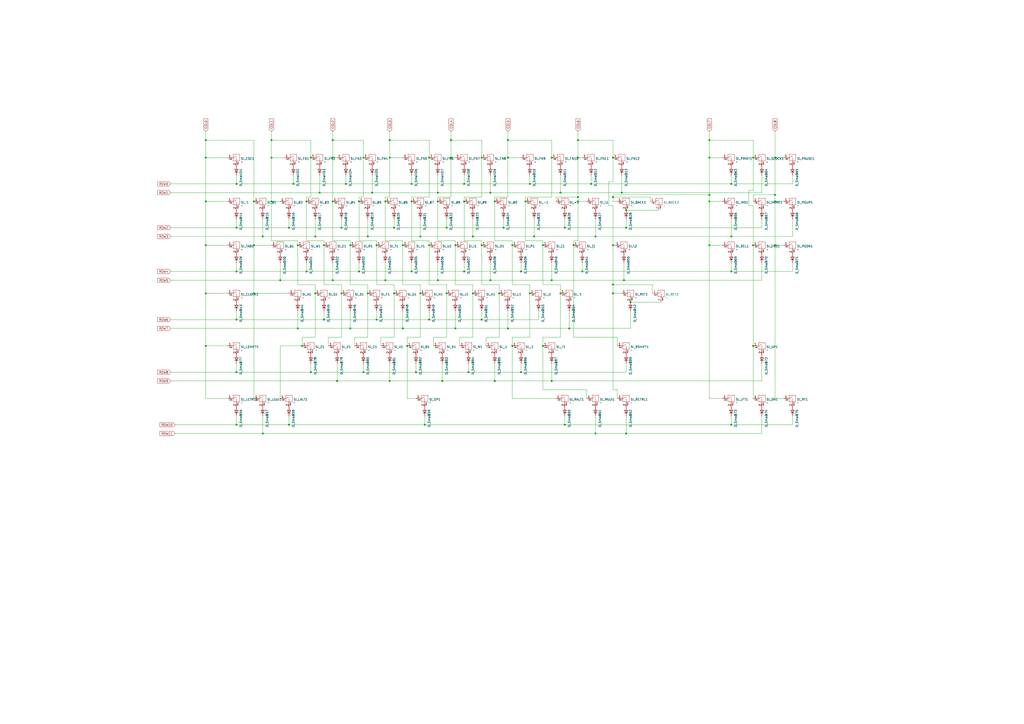
<source format=kicad_sch>
(kicad_sch (version 20250114) (generator "eeschema") (generator_version "9.0")
  (paper "A2")
  (lib_symbols
    (symbol "Device:D_Small" (pin_numbers (hide yes)) (pin_names (offset 0.254) (hide yes))
      (property "Reference" "D" (at -1.27 2.032 0))
      (property "Value" "D_Small" (at -3.81 -2.032 0))
      (symbol "D_Small_1_1"
        (pin passive line (at -2.54 0 0) (length 1.778) (name "K") (number "1"))
        (pin passive line (at 2.54 0 180) (length 1.778) (name "A") (number "2"))
      )
    )
    (symbol "MX_1"
      (property "Reference" "SI_ESC1" (at 2.54 -0.5784 0))
      (property "Value" "~" (at 2.54 -2.4835 0))
      (symbol "MX_1_1_1"
        (text "col" (at -3.302 -0.762 0) (effects (font (size 0.75 0.75))))
        (text "row" (at 0.762 -3.302 900) (effects (font (size 0.75 0.75))))
        (pin input line (at -5.08 0 0) (length 2.54) (name "") (number "1"))
        (pin input line (at 0 -5.08 90) (length 2.54) (name "") (number "2"))
      )
    )
    (symbol "mx:MX"
      (property "Reference" "SW" (at 3.81 1.016 0))
      (symbol "MX_1_1"
        (text "col" (at -3.302 -0.762 0) (effects (font (size 0.75 0.75))))
        (text "row" (at 0.762 -3.302 900) (effects (font (size 0.75 0.75))))
        (pin input line (at -5.08 0 0) (length 2.54) (name "") (number "1"))
        (pin input line (at 0 -5.08 90) (length 2.54) (name "") (number "2"))
      )
    )
  )
  (junction (at 309.88 137.16))
  (junction (at 137.16 106.68))
  (junction (at 304.8 116.84))
  (junction (at 248.92 91.44))
  (junction (at 355.6 91.44))
  (junction (at 365.76 175.26))
  (junction (at 363.22 121.92))
  (junction (at 292.1 132.08))
  (junction (at 342.9 106.68))
  (junction (at 335.28 91.44))
  (junction (at 193.04 162.56))
  (junction (at 182.88 170.18))
  (junction (at 119.38 170.18))
  (junction (at 119.38 81.28))
  (junction (at 360.68 111.76))
  (junction (at 238.76 116.84))
  (junction (at 271.78 215.9))
  (junction (at 177.8 116.84))
  (junction (at 203.2 190.5))
  (junction (at 279.4 142.24))
  (junction (at 307.34 106.68))
  (junction (at 355.6 142.24))
  (junction (at 297.18 200.66))
  (junction (at 287.02 116.84))
  (junction (at 424.18 246.38))
  (junction (at 361.95 162.56))
  (junction (at 170.18 106.68))
  (junction (at 187.96 142.24))
  (junction (at 411.48 116.84))
  (junction (at 198.12 170.18))
  (junction (at 314.96 200.66))
  (junction (at 119.38 142.24))
  (junction (at 345.44 251.46))
  (junction (at 157.48 91.44))
  (junction (at 411.48 142.24))
  (junction (at 203.2 142.24))
  (junction (at 259.08 132.08))
  (junction (at 243.84 170.18))
  (junction (at 175.26 200.66))
  (junction (at 210.82 91.44))
  (junction (at 137.16 132.08))
  (junction (at 137.16 215.9))
  (junction (at 193.04 116.84))
  (junction (at 355.6 170.18))
  (junction (at 355.6 165.1))
  (junction (at 363.22 132.08))
  (junction (at 233.68 190.5))
  (junction (at 147.32 116.84))
  (junction (at 233.68 142.24))
  (junction (at 243.84 137.16))
  (junction (at 254 162.56))
  (junction (at 208.28 116.84))
  (junction (at 226.06 91.44))
  (junction (at 236.22 200.66))
  (junction (at 289.56 170.18))
  (junction (at 302.26 215.9))
  (junction (at 218.44 185.42))
  (junction (at 294.64 91.44))
  (junction (at 228.6 132.08))
  (junction (at 137.16 157.48))
  (junction (at 152.4 251.46))
  (junction (at 449.58 142.24))
  (junction (at 172.72 190.5))
  (junction (at 210.82 215.9))
  (junction (at 167.64 246.38))
  (junction (at 436.88 91.44))
  (junction (at 177.8 157.48))
  (junction (at 137.16 246.38))
  (junction (at 314.96 142.24))
  (junction (at 162.56 162.56))
  (junction (at 320.04 91.44))
  (junction (at 261.62 91.44))
  (junction (at 228.6 170.18))
  (junction (at 449.58 113.03))
  (junction (at 152.4 137.16))
  (junction (at 119.38 116.84))
  (junction (at 449.58 91.44))
  (junction (at 279.4 185.42))
  (junction (at 187.96 185.42))
  (junction (at 198.12 132.08))
  (junction (at 180.34 91.44))
  (junction (at 200.66 106.68))
  (junction (at 259.08 170.18))
  (junction (at 157.48 116.84))
  (junction (at 213.36 170.18))
  (junction (at 147.32 142.24))
  (junction (at 238.76 157.48))
  (junction (at 284.48 111.76))
  (junction (at 320.04 162.56))
  (junction (at 182.88 137.16))
  (junction (at 195.58 220.98))
  (junction (at 254 116.84))
  (junction (at 449.58 116.84))
  (junction (at 424.18 137.16))
  (junction (at 193.04 81.28))
  (junction (at 297.18 142.24))
  (junction (at 287.02 220.98))
  (junction (at 436.88 200.66))
  (junction (at 411.48 113.03))
  (junction (at 223.52 162.56))
  (junction (at 248.92 142.24))
  (junction (at 226.06 220.98))
  (junction (at 226.06 81.28))
  (junction (at 157.48 81.28))
  (junction (at 327.66 132.08))
  (junction (at 335.28 116.84))
  (junction (at 279.4 91.44))
  (junction (at 269.24 157.48))
  (junction (at 284.48 162.56))
  (junction (at 335.28 114.3))
  (junction (at 180.34 215.9))
  (junction (at 254 111.76))
  (junction (at 325.12 111.76))
  (junction (at 246.38 246.38))
  (junction (at 248.92 185.42))
  (junction (at 274.32 170.18))
  (junction (at 436.88 142.24))
  (junction (at 411.48 81.28))
  (junction (at 119.38 200.66))
  (junction (at 119.38 91.44))
  (junction (at 147.32 170.18))
  (junction (at 238.76 106.68))
  (junction (at 294.64 81.28))
  (junction (at 218.44 142.24))
  (junction (at 269.24 106.68))
  (junction (at 208.28 157.48))
  (junction (at 355.6 114.3))
  (junction (at 332.74 142.24))
  (junction (at 307.34 170.18))
  (junction (at 264.16 190.5))
  (junction (at 274.32 137.16))
  (junction (at 294.64 190.5))
  (junction (at 345.44 137.16))
  (junction (at 337.82 157.48))
  (junction (at 302.26 157.48))
  (junction (at 330.2 190.5))
  (junction (at 327.66 246.38))
  (junction (at 424.18 106.68))
  (junction (at 335.28 81.28))
  (junction (at 411.48 91.44))
  (junction (at 193.04 91.44))
  (junction (at 172.72 142.24))
  (junction (at 264.16 142.24))
  (junction (at 137.16 185.42))
  (junction (at 261.62 81.28))
  (junction (at 185.42 111.76))
  (junction (at 215.9 111.76))
  (junction (at 256.54 220.98))
  (junction (at 363.22 251.46))
  (junction (at 223.52 116.84))
  (junction (at 213.36 137.16))
  (junction (at 241.3 215.9))
  (junction (at 269.24 116.84))
  (junction (at 424.18 157.48))
  (junction (at 167.64 132.08))
  (junction (at 325.12 170.18))
  (junction (at 320.04 220.98))
  (wire (pts (xy 411.48 113.03) (xy 411.48 116.84)))
  (wire (pts (xy 279.4 81.28) (xy 279.4 91.44)))
  (wire (pts (xy 269.24 114.3) (xy 269.24 116.84)))
  (wire (pts (xy 119.38 170.18) (xy 119.38 200.66)))
  (wire (pts (xy 226.06 114.3) (xy 223.52 114.3)))
  (wire (pts (xy 378.46 165.1) (xy 378.46 170.18)))
  (wire (pts (xy 241.3 215.9) (xy 271.78 215.9)))
  (wire (pts (xy 345.44 127) (xy 345.44 137.16)))
  (wire (pts (xy 177.8 139.7) (xy 187.96 139.7)))
  (wire (pts (xy 203.2 142.24) (xy 203.2 165.1)))
  (wire (pts (xy 269.24 106.68) (xy 269.24 101.6)))
  (wire (pts (xy 330.2 190.5) (xy 330.2 180.34)))
  (wire (pts (xy 167.64 132.08) (xy 198.12 132.08)))
  (wire (pts (xy 436.88 110.49) (xy 434.34 110.49)))
  (wire (pts (xy 279.4 185.42) (xy 312.42 185.42)))
  (wire (pts (xy 167.64 246.38) (xy 246.38 246.38)))
  (wire (pts (xy 302.26 157.48) (xy 302.26 152.4)))
  (wire (pts (xy 449.58 113.03) (xy 436.88 113.03)))
  (wire (pts (xy 361.95 162.56) (xy 441.96 162.56)))
  (wire (pts (xy 248.92 142.24) (xy 248.92 165.1)))
  (wire (pts (xy 335.28 81.28) (xy 355.6 81.28)))
  (wire (pts (xy 307.34 165.1) (xy 307.34 170.18)))
  (wire (pts (xy 215.9 111.76) (xy 215.9 101.6)))
  (wire (pts (xy 226.06 91.44) (xy 233.68 91.44)))
  (wire (pts (xy 195.58 220.98) (xy 226.06 220.98)))
  (wire (pts (xy 327.66 132.08) (xy 363.22 132.08)))
  (wire (pts (xy 289.56 195.58) (xy 281.94 195.58)))
  (wire (pts (xy 248.92 114.3) (xy 238.76 114.3)))
  (wire (pts (xy 119.38 200.66) (xy 119.38 231.14)))
  (wire (pts (xy 459.74 106.68) (xy 459.74 101.6)))
  (wire (pts (xy 172.72 190.5) (xy 203.2 190.5)))
  (wire (pts (xy 261.62 81.28) (xy 261.62 91.44)))
  (wire (pts (xy 187.96 185.42) (xy 187.96 180.34)))
  (wire (pts (xy 269.24 116.84) (xy 269.24 139.7)))
  (wire (pts (xy 119.38 116.84) (xy 132.08 116.84)))
  (wire (pts (xy 228.6 132.08) (xy 228.6 127)))
  (wire (pts (xy 411.48 116.84) (xy 419.1 116.84)))
  (wire (pts (xy 187.96 165.1) (xy 198.12 165.1)))
  (wire (pts (xy 162.56 162.56) (xy 162.56 152.4)))
  (wire (pts (xy 297.18 142.24) (xy 297.18 165.1)))
  (wire (pts (xy 261.62 114.3) (xy 254 114.3)))
  (wire (pts (xy 223.52 162.56) (xy 254 162.56)))
  (wire (pts (xy 459.74 157.48) (xy 459.74 152.4)))
  (wire (pts (xy 137.16 132.08) (xy 137.16 127)))
  (wire (pts (xy 261.62 76.2) (xy 261.62 81.28)))
  (wire (pts (xy 193.04 139.7) (xy 203.2 139.7)))
  (wire (pts (xy 200.66 106.68) (xy 200.66 101.6)))
  (wire (pts (xy 99.06 157.48) (xy 137.16 157.48)))
  (wire (pts (xy 363.22 215.9) (xy 363.22 210.82)))
  (wire (pts (xy 325.12 195.58) (xy 314.96 195.58)))
  (wire (pts (xy 177.8 157.48) (xy 208.28 157.48)))
  (wire (pts (xy 279.4 114.3) (xy 269.24 114.3)))
  (wire (pts (xy 119.38 76.2) (xy 119.38 81.28)))
  (wire (pts (xy 307.34 106.68) (xy 307.34 101.6)))
  (wire (pts (xy 449.58 113.03) (xy 449.58 116.84)))
  (wire (pts (xy 218.44 142.24) (xy 218.44 165.1)))
  (wire (pts (xy 193.04 81.28) (xy 193.04 91.44)))
  (wire (pts (xy 327.66 246.38) (xy 424.18 246.38)))
  (wire (pts (xy 434.34 110.49) (xy 434.34 119.38)))
  (wire (pts (xy 200.66 106.68) (xy 238.76 106.68)))
  (wire (pts (xy 449.58 142.24) (xy 449.58 231.14)))
  (wire (pts (xy 223.52 116.84) (xy 223.52 139.7)))
  (wire (pts (xy 297.18 231.14) (xy 322.58 231.14)))
  (wire (pts (xy 208.28 116.84) (xy 208.28 139.7)))
  (wire (pts (xy 238.76 106.68) (xy 238.76 101.6)))
  (wire (pts (xy 137.16 157.48) (xy 137.16 152.4)))
  (wire (pts (xy 119.38 81.28) (xy 119.38 91.44)))
  (wire (pts (xy 218.44 185.42) (xy 218.44 180.34)))
  (wire (pts (xy 314.96 226.06) (xy 340.36 226.06)))
  (wire (pts (xy 180.34 114.3) (xy 177.8 114.3)))
  (wire (pts (xy 284.48 162.56) (xy 284.48 152.4)))
  (wire (pts (xy 248.92 81.28) (xy 248.92 91.44)))
  (wire (pts (xy 284.48 162.56) (xy 320.04 162.56)))
  (wire (pts (xy 248.92 139.7) (xy 248.92 142.24)))
  (wire (pts (xy 307.34 106.68) (xy 342.9 106.68)))
  (wire (pts (xy 187.96 185.42) (xy 218.44 185.42)))
  (wire (pts (xy 436.88 113.03) (xy 436.88 116.84)))
  (wire (pts (xy 355.6 165.1) (xy 355.6 170.18)))
  (wire (pts (xy 335.28 114.3) (xy 335.28 116.84)))
  (wire (pts (xy 162.56 200.66) (xy 162.56 231.14)))
  (wire (pts (xy 302.26 215.9) (xy 363.22 215.9)))
  (wire (pts (xy 411.48 91.44) (xy 411.48 113.03)))
  (wire (pts (xy 195.58 220.98) (xy 195.58 210.82)))
  (wire (pts (xy 424.18 246.38) (xy 459.74 246.38)))
  (wire (pts (xy 325.12 165.1) (xy 325.12 170.18)))
  (wire (pts (xy 193.04 162.56) (xy 193.04 152.4)))
  (wire (pts (xy 332.74 195.58) (xy 358.14 195.58)))
  (wire (pts (xy 411.48 76.2) (xy 411.48 81.28)))
  (wire (pts (xy 193.04 91.44) (xy 193.04 116.84)))
  (wire (pts (xy 99.06 190.5) (xy 172.72 190.5)))
  (wire (pts (xy 287.02 220.98) (xy 287.02 210.82)))
  (wire (pts (xy 332.74 139.7) (xy 332.74 142.24)))
  (wire (pts (xy 147.32 142.24) (xy 157.48 142.24)))
  (wire (pts (xy 137.16 106.68) (xy 170.18 106.68)))
  (wire (pts (xy 449.58 231.14) (xy 454.66 231.14)))
  (wire (pts (xy 287.02 116.84) (xy 287.02 139.7)))
  (wire (pts (xy 307.34 170.18) (xy 307.34 195.58)))
  (wire (pts (xy 157.48 116.84) (xy 157.48 139.7)))
  (wire (pts (xy 137.16 215.9) (xy 180.34 215.9)))
  (wire (pts (xy 175.26 200.66) (xy 162.56 200.66)))
  (wire (pts (xy 172.72 142.24) (xy 172.72 165.1)))
  (wire (pts (xy 238.76 157.48) (xy 238.76 152.4)))
  (wire (pts (xy 411.48 142.24) (xy 419.1 142.24)))
  (wire (pts (xy 292.1 132.08) (xy 327.66 132.08)))
  (wire (pts (xy 377.19 116.84) (xy 377.19 114.3)))
  (wire (pts (xy 284.48 111.76) (xy 284.48 101.6)))
  (wire (pts (xy 335.28 81.28) (xy 335.28 91.44)))
  (wire (pts (xy 342.9 106.68) (xy 342.9 101.6)))
  (wire (pts (xy 228.6 195.58) (xy 220.98 195.58)))
  (wire (pts (xy 287.02 139.7) (xy 297.18 139.7)))
  (wire (pts (xy 243.84 170.18) (xy 243.84 195.58)))
  (wire (pts (xy 193.04 116.84) (xy 193.04 139.7)))
  (wire (pts (xy 137.16 106.68) (xy 99.06 106.68)))
  (wire (pts (xy 355.6 116.84) (xy 358.14 116.84)))
  (wire (pts (xy 441.96 127) (xy 441.96 132.08)))
  (wire (pts (xy 101.6 246.38) (xy 137.16 246.38)))
  (wire (pts (xy 335.28 91.44) (xy 335.28 114.3)))
  (wire (pts (xy 226.06 81.28) (xy 226.06 91.44)))
  (wire (pts (xy 294.64 81.28) (xy 320.04 81.28)))
  (wire (pts (xy 241.3 215.9) (xy 241.3 210.82)))
  (wire (pts (xy 304.8 114.3) (xy 304.8 116.84)))
  (wire (pts (xy 182.88 165.1) (xy 182.88 170.18)))
  (wire (pts (xy 243.84 137.16) (xy 243.84 127)))
  (wire (pts (xy 205.74 195.58) (xy 205.74 200.66)))
  (wire (pts (xy 218.44 165.1) (xy 228.6 165.1)))
  (wire (pts (xy 137.16 132.08) (xy 167.64 132.08)))
  (wire (pts (xy 320.04 91.44) (xy 320.04 114.3)))
  (wire (pts (xy 302.26 157.48) (xy 337.82 157.48)))
  (wire (pts (xy 182.88 137.16) (xy 213.36 137.16)))
  (wire (pts (xy 238.76 139.7) (xy 248.92 139.7)))
  (wire (pts (xy 312.42 185.42) (xy 312.42 180.34)))
  (wire (pts (xy 459.74 127) (xy 459.74 137.16)))
  (wire (pts (xy 236.22 195.58) (xy 236.22 200.66)))
  (wire (pts (xy 101.6 251.46) (xy 152.4 251.46)))
  (wire (pts (xy 281.94 195.58) (xy 281.94 200.66)))
  (wire (pts (xy 157.48 76.2) (xy 157.48 81.28)))
  (wire (pts (xy 327.66 132.08) (xy 327.66 127)))
  (wire (pts (xy 119.38 91.44) (xy 119.38 116.84)))
  (wire (pts (xy 226.06 91.44) (xy 226.06 114.3)))
  (wire (pts (xy 297.18 139.7) (xy 297.18 142.24)))
  (wire (pts (xy 304.8 116.84) (xy 304.8 139.7)))
  (wire (pts (xy 355.6 105.41) (xy 355.6 91.44)))
  (wire (pts (xy 424.18 127) (xy 424.18 137.16)))
  (wire (pts (xy 259.08 165.1) (xy 259.08 170.18)))
  (wire (pts (xy 269.24 139.7) (xy 279.4 139.7)))
  (wire (pts (xy 233.68 165.1) (xy 243.84 165.1)))
  (wire (pts (xy 119.38 142.24) (xy 119.38 170.18)))
  (wire (pts (xy 365.76 190.5) (xy 365.76 180.34)))
  (wire (pts (xy 332.74 142.24) (xy 332.74 195.58)))
  (wire (pts (xy 294.64 190.5) (xy 330.2 190.5)))
  (wire (pts (xy 424.18 106.68) (xy 424.18 101.6)))
  (wire (pts (xy 152.4 251.46) (xy 152.4 241.3)))
  (wire (pts (xy 198.12 170.18) (xy 198.12 195.58)))
  (wire (pts (xy 177.8 157.48) (xy 177.8 152.4)))
  (wire (pts (xy 152.4 137.16) (xy 182.88 137.16)))
  (wire (pts (xy 213.36 195.58) (xy 205.74 195.58)))
  (wire (pts (xy 238.76 116.84) (xy 238.76 139.7)))
  (wire (pts (xy 182.88 170.18) (xy 182.88 195.58)))
  (wire (pts (xy 345.44 137.16) (xy 424.18 137.16)))
  (wire (pts (xy 287.02 114.3) (xy 287.02 116.84)))
  (wire (pts (xy 157.48 139.7) (xy 172.72 139.7)))
  (wire (pts (xy 243.84 137.16) (xy 274.32 137.16)))
  (wire (pts (xy 289.56 165.1) (xy 289.56 170.18)))
  (wire (pts (xy 424.18 157.48) (xy 459.74 157.48)))
  (wire (pts (xy 254 162.56) (xy 284.48 162.56)))
  (wire (pts (xy 320.04 114.3) (xy 304.8 114.3)))
  (wire (pts (xy 182.88 137.16) (xy 182.88 127)))
  (wire (pts (xy 322.58 116.84) (xy 322.58 114.3)))
  (wire (pts (xy 215.9 111.76) (xy 254 111.76)))
  (wire (pts (xy 243.84 165.1) (xy 243.84 170.18)))
  (wire (pts (xy 436.88 91.44) (xy 436.88 110.49)))
  (wire (pts (xy 355.6 142.24) (xy 356.87 142.24)))
  (wire (pts (xy 320.04 162.56) (xy 361.95 162.56)))
  (wire (pts (xy 208.28 139.7) (xy 218.44 139.7)))
  (wire (pts (xy 355.6 81.28) (xy 355.6 91.44)))
  (wire (pts (xy 193.04 81.28) (xy 210.82 81.28)))
  (wire (pts (xy 294.64 114.3) (xy 287.02 114.3)))
  (wire (pts (xy 99.06 215.9) (xy 137.16 215.9)))
  (wire (pts (xy 292.1 132.08) (xy 292.1 127)))
  (wire (pts (xy 345.44 251.46) (xy 363.22 251.46)))
  (wire (pts (xy 337.82 157.48) (xy 424.18 157.48)))
  (wire (pts (xy 264.16 165.1) (xy 274.32 165.1)))
  (wire (pts (xy 147.32 142.24) (xy 147.32 170.18)))
  (wire (pts (xy 264.16 190.5) (xy 264.16 180.34)))
  (wire (pts (xy 147.32 116.84) (xy 147.32 142.24)))
  (wire (pts (xy 449.58 91.44) (xy 454.66 91.44)))
  (wire (pts (xy 177.8 114.3) (xy 177.8 116.84)))
  (wire (pts (xy 353.06 105.41) (xy 355.6 105.41)))
  (wire (pts (xy 119.38 91.44) (xy 132.08 91.44)))
  (wire (pts (xy 441.96 251.46) (xy 441.96 241.3)))
  (wire (pts (xy 355.6 226.06) (xy 358.14 226.06)))
  (wire (pts (xy 226.06 81.28) (xy 248.92 81.28)))
  (wire (pts (xy 361.95 152.4) (xy 361.95 162.56)))
  (wire (pts (xy 99.06 111.76) (xy 185.42 111.76)))
  (wire (pts (xy 226.06 220.98) (xy 226.06 210.82)))
  (wire (pts (xy 363.22 127) (xy 363.22 132.08)))
  (wire (pts (xy 436.88 119.38) (xy 436.88 142.24)))
  (wire (pts (xy 449.58 91.44) (xy 449.58 113.03)))
  (wire (pts (xy 320.04 162.56) (xy 320.04 152.4)))
  (wire (pts (xy 157.48 81.28) (xy 157.48 91.44)))
  (wire (pts (xy 193.04 162.56) (xy 223.52 162.56)))
  (wire (pts (xy 377.19 114.3) (xy 355.6 114.3)))
  (wire (pts (xy 208.28 157.48) (xy 208.28 152.4)))
  (wire (pts (xy 172.72 165.1) (xy 182.88 165.1)))
  (wire (pts (xy 233.68 190.5) (xy 264.16 190.5)))
  (wire (pts (xy 322.58 114.3) (xy 335.28 114.3)))
  (wire (pts (xy 152.4 251.46) (xy 345.44 251.46)))
  (wire (pts (xy 137.16 185.42) (xy 137.16 180.34)))
  (wire (pts (xy 236.22 200.66) (xy 236.22 231.14)))
  (wire (pts (xy 218.44 185.42) (xy 248.92 185.42)))
  (wire (pts (xy 274.32 137.16) (xy 309.88 137.16)))
  (wire (pts (xy 424.18 157.48) (xy 424.18 152.4)))
  (wire (pts (xy 325.12 111.76) (xy 325.12 101.6)))
  (wire (pts (xy 193.04 91.44) (xy 195.58 91.44)))
  (wire (pts (xy 223.52 162.56) (xy 223.52 152.4)))
  (wire (pts (xy 251.46 195.58) (xy 251.46 200.66)))
  (wire (pts (xy 233.68 190.5) (xy 233.68 180.34)))
  (wire (pts (xy 363.22 251.46) (xy 363.22 241.3)))
  (wire (pts (xy 297.18 195.58) (xy 297.18 200.66)))
  (wire (pts (xy 248.92 185.42) (xy 248.92 180.34)))
  (wire (pts (xy 233.68 142.24) (xy 233.68 165.1)))
  (wire (pts (xy 340.36 226.06) (xy 340.36 231.14)))
  (wire (pts (xy 261.62 81.28) (xy 279.4 81.28)))
  (wire (pts (xy 274.32 170.18) (xy 274.32 195.58)))
  (wire (pts (xy 411.48 231.14) (xy 419.1 231.14)))
  (wire (pts (xy 254 111.76) (xy 254 101.6)))
  (wire (pts (xy 264.16 142.24) (xy 264.16 165.1)))
  (wire (pts (xy 137.16 246.38) (xy 137.16 241.3)))
  (wire (pts (xy 170.18 106.68) (xy 170.18 101.6)))
  (wire (pts (xy 119.38 142.24) (xy 132.08 142.24)))
  (wire (pts (xy 314.96 195.58) (xy 314.96 200.66)))
  (wire (pts (xy 119.38 81.28) (xy 147.32 81.28)))
  (wire (pts (xy 441.96 220.98) (xy 441.96 210.82)))
  (wire (pts (xy 246.38 246.38) (xy 246.38 241.3)))
  (wire (pts (xy 167.64 246.38) (xy 167.64 241.3)))
  (wire (pts (xy 449.58 142.24) (xy 454.66 142.24)))
  (wire (pts (xy 233.68 139.7) (xy 233.68 142.24)))
  (wire (pts (xy 187.96 142.24) (xy 187.96 165.1)))
  (wire (pts (xy 228.6 170.18) (xy 228.6 195.58)))
  (wire (pts (xy 449.58 116.84) (xy 454.66 116.84)))
  (wire (pts (xy 335.28 116.84) (xy 340.36 116.84)))
  (wire (pts (xy 210.82 81.28) (xy 210.82 91.44)))
  (wire (pts (xy 449.58 76.2) (xy 449.58 91.44)))
  (wire (pts (xy 147.32 170.18) (xy 147.32 231.14)))
  (wire (pts (xy 99.06 132.08) (xy 137.16 132.08)))
  (wire (pts (xy 254 162.56) (xy 254 152.4)))
  (wire (pts (xy 355.6 113.03) (xy 411.48 113.03)))
  (wire (pts (xy 335.28 76.2) (xy 335.28 81.28)))
  (wire (pts (xy 309.88 137.16) (xy 345.44 137.16)))
  (wire (pts (xy 210.82 114.3) (xy 208.28 114.3)))
  (wire (pts (xy 185.42 111.76) (xy 215.9 111.76)))
  (wire (pts (xy 355.6 114.3) (xy 355.6 113.03)))
  (wire (pts (xy 279.4 139.7) (xy 279.4 142.24)))
  (wire (pts (xy 243.84 195.58) (xy 236.22 195.58)))
  (wire (pts (xy 213.36 137.16) (xy 213.36 127)))
  (wire (pts (xy 269.24 157.48) (xy 302.26 157.48)))
  (wire (pts (xy 203.2 190.5) (xy 233.68 190.5)))
  (wire (pts (xy 259.08 132.08) (xy 259.08 127)))
  (wire (pts (xy 226.06 220.98) (xy 256.54 220.98)))
  (wire (pts (xy 314.96 200.66) (xy 314.96 226.06)))
  (wire (pts (xy 259.08 132.08) (xy 292.1 132.08)))
  (wire (pts (xy 203.2 139.7) (xy 203.2 142.24)))
  (wire (pts (xy 157.48 116.84) (xy 162.56 116.84)))
  (wire (pts (xy 279.4 185.42) (xy 279.4 180.34)))
  (wire (pts (xy 190.5 195.58) (xy 190.5 200.66)))
  (wire (pts (xy 213.36 137.16) (xy 243.84 137.16)))
  (wire (pts (xy 411.48 81.28) (xy 411.48 91.44)))
  (wire (pts (xy 314.96 139.7) (xy 314.96 142.24)))
  (wire (pts (xy 287.02 220.98) (xy 320.04 220.98)))
  (wire (pts (xy 449.58 116.84) (xy 449.58 142.24)))
  (wire (pts (xy 327.66 246.38) (xy 327.66 241.3)))
  (wire (pts (xy 424.18 137.16) (xy 459.74 137.16)))
  (wire (pts (xy 284.48 111.76) (xy 325.12 111.76)))
  (wire (pts (xy 297.18 200.66) (xy 297.18 231.14)))
  (wire (pts (xy 264.16 139.7) (xy 264.16 142.24)))
  (wire (pts (xy 304.8 139.7) (xy 314.96 139.7)))
  (wire (pts (xy 289.56 170.18) (xy 289.56 195.58)))
  (wire (pts (xy 182.88 195.58) (xy 175.26 195.58)))
  (wire (pts (xy 223.52 114.3) (xy 223.52 116.84)))
  (wire (pts (xy 314.96 165.1) (xy 325.12 165.1)))
  (wire (pts (xy 302.26 215.9) (xy 302.26 210.82)))
  (wire (pts (xy 99.06 220.98) (xy 195.58 220.98)))
  (wire (pts (xy 436.88 81.28) (xy 436.88 91.44)))
  (wire (pts (xy 294.64 91.44) (xy 294.64 114.3)))
  (wire (pts (xy 360.68 111.76) (xy 360.68 101.6)))
  (wire (pts (xy 198.12 165.1) (xy 198.12 170.18)))
  (wire (pts (xy 254 139.7) (xy 264.16 139.7)))
  (wire (pts (xy 198.12 195.58) (xy 190.5 195.58)))
  (wire (pts (xy 99.06 137.16) (xy 152.4 137.16)))
  (wire (pts (xy 335.28 91.44) (xy 337.82 91.44)))
  (wire (pts (xy 248.92 91.44) (xy 248.92 114.3)))
  (wire (pts (xy 436.88 200.66) (xy 436.88 231.14)))
  (wire (pts (xy 228.6 165.1) (xy 228.6 170.18)))
  (wire (pts (xy 137.16 157.48) (xy 177.8 157.48)))
  (wire (pts (xy 187.96 139.7) (xy 187.96 142.24)))
  (wire (pts (xy 210.82 91.44) (xy 210.82 114.3)))
  (wire (pts (xy 226.06 76.2) (xy 226.06 81.28)))
  (wire (pts (xy 228.6 132.08) (xy 259.08 132.08)))
  (wire (pts (xy 248.92 165.1) (xy 259.08 165.1)))
  (wire (pts (xy 358.14 226.06) (xy 358.14 231.14)))
  (wire (pts (xy 294.64 190.5) (xy 294.64 180.34)))
  (wire (pts (xy 248.92 185.42) (xy 279.4 185.42)))
  (wire (pts (xy 269.24 106.68) (xy 307.34 106.68)))
  (wire (pts (xy 325.12 170.18) (xy 325.12 195.58)))
  (wire (pts (xy 152.4 137.16) (xy 152.4 127)))
  (wire (pts (xy 162.56 162.56) (xy 193.04 162.56)))
  (wire (pts (xy 172.72 190.5) (xy 172.72 180.34)))
  (wire (pts (xy 246.38 246.38) (xy 327.66 246.38)))
  (wire (pts (xy 238.76 106.68) (xy 269.24 106.68)))
  (wire (pts (xy 119.38 231.14) (xy 132.08 231.14)))
  (wire (pts (xy 254 116.84) (xy 254 139.7)))
  (wire (pts (xy 208.28 157.48) (xy 238.76 157.48)))
  (wire (pts (xy 325.12 111.76) (xy 360.68 111.76)))
  (wire (pts (xy 259.08 195.58) (xy 251.46 195.58)))
  (wire (pts (xy 294.64 91.44) (xy 302.26 91.44)))
  (wire (pts (xy 256.54 220.98) (xy 256.54 210.82)))
  (wire (pts (xy 198.12 132.08) (xy 198.12 127)))
  (wire (pts (xy 294.64 81.28) (xy 294.64 91.44)))
  (wire (pts (xy 358.14 195.58) (xy 358.14 200.66)))
  (wire (pts (xy 441.96 162.56) (xy 441.96 152.4)))
  (wire (pts (xy 294.64 76.2) (xy 294.64 81.28)))
  (wire (pts (xy 177.8 116.84) (xy 177.8 139.7)))
  (wire (pts (xy 309.88 137.16) (xy 309.88 127)))
  (wire (pts (xy 337.82 157.48) (xy 337.82 152.4)))
  (wire (pts (xy 355.6 170.18) (xy 355.6 226.06)))
  (wire (pts (xy 157.48 81.28) (xy 180.34 81.28)))
  (wire (pts (xy 363.22 132.08) (xy 441.96 132.08)))
  (wire (pts (xy 320.04 220.98) (xy 441.96 220.98)))
  (wire (pts (xy 307.34 195.58) (xy 297.18 195.58)))
  (wire (pts (xy 137.16 185.42) (xy 187.96 185.42)))
  (wire (pts (xy 99.06 185.42) (xy 137.16 185.42)))
  (wire (pts (xy 355.6 119.38) (xy 353.06 119.38)))
  (wire (pts (xy 137.16 101.6) (xy 137.16 106.68)))
  (wire (pts (xy 220.98 195.58) (xy 220.98 200.66)))
  (wire (pts (xy 157.48 91.44) (xy 165.1 91.44)))
  (wire (pts (xy 236.22 231.14) (xy 241.3 231.14)))
  (wire (pts (xy 363.22 251.46) (xy 441.96 251.46)))
  (wire (pts (xy 185.42 111.76) (xy 185.42 101.6)))
  (wire (pts (xy 424.18 106.68) (xy 459.74 106.68)))
  (wire (pts (xy 167.64 132.08) (xy 167.64 127)))
  (wire (pts (xy 279.4 142.24) (xy 279.4 165.1)))
  (wire (pts (xy 213.36 165.1) (xy 213.36 170.18)))
  (wire (pts (xy 193.04 76.2) (xy 193.04 81.28)))
  (wire (pts (xy 203.2 190.5) (xy 203.2 180.34)))
  (wire (pts (xy 259.08 170.18) (xy 259.08 195.58)))
  (wire (pts (xy 320.04 220.98) (xy 320.04 210.82)))
  (wire (pts (xy 223.52 139.7) (xy 233.68 139.7)))
  (wire (pts (xy 279.4 91.44) (xy 279.4 114.3)))
  (wire (pts (xy 434.34 119.38) (xy 436.88 119.38)))
  (wire (pts (xy 119.38 116.84) (xy 119.38 142.24)))
  (wire (pts (xy 355.6 170.18) (xy 360.68 170.18)))
  (wire (pts (xy 342.9 106.68) (xy 424.18 106.68)))
  (wire (pts (xy 353.06 119.38) (xy 353.06 105.41)))
  (wire (pts (xy 261.62 91.44) (xy 261.62 114.3)))
  (wire (pts (xy 266.7 195.58) (xy 266.7 200.66)))
  (wire (pts (xy 355.6 114.3) (xy 355.6 116.84)))
  (wire (pts (xy 119.38 170.18) (xy 132.08 170.18)))
  (wire (pts (xy 180.34 215.9) (xy 180.34 210.82)))
  (wire (pts (xy 157.48 91.44) (xy 157.48 116.84)))
  (wire (pts (xy 345.44 251.46) (xy 345.44 241.3)))
  (wire (pts (xy 238.76 157.48) (xy 269.24 157.48)))
  (wire (pts (xy 411.48 81.28) (xy 436.88 81.28)))
  (wire (pts (xy 320.04 81.28) (xy 320.04 91.44)))
  (wire (pts (xy 274.32 195.58) (xy 266.7 195.58)))
  (wire (pts (xy 441.96 111.76) (xy 441.96 101.6)))
  (wire (pts (xy 271.78 215.9) (xy 271.78 210.82)))
  (wire (pts (xy 411.48 142.24) (xy 411.48 231.14)))
  (wire (pts (xy 147.32 170.18) (xy 167.64 170.18)))
  (wire (pts (xy 365.76 175.26) (xy 383.54 175.26)))
  (wire (pts (xy 180.34 91.44) (xy 180.34 114.3)))
  (wire (pts (xy 175.26 195.58) (xy 175.26 200.66)))
  (wire (pts (xy 99.06 162.56) (xy 162.56 162.56)))
  (wire (pts (xy 137.16 246.38) (xy 167.64 246.38)))
  (wire (pts (xy 436.88 142.24) (xy 436.88 200.66)))
  (wire (pts (xy 274.32 137.16) (xy 274.32 127)))
  (wire (pts (xy 355.6 142.24) (xy 355.6 119.38)))
  (wire (pts (xy 254 114.3) (xy 254 116.84)))
  (wire (pts (xy 147.32 81.28) (xy 147.32 116.84)))
  (wire (pts (xy 297.18 165.1) (xy 307.34 165.1)))
  (wire (pts (xy 363.22 121.92) (xy 382.27 121.92)))
  (wire (pts (xy 203.2 165.1) (xy 213.36 165.1)))
  (wire (pts (xy 355.6 142.24) (xy 355.6 165.1)))
  (wire (pts (xy 213.36 170.18) (xy 213.36 195.58)))
  (wire (pts (xy 274.32 165.1) (xy 274.32 170.18)))
  (wire (pts (xy 279.4 165.1) (xy 289.56 165.1)))
  (wire (pts (xy 254 111.76) (xy 284.48 111.76)))
  (wire (pts (xy 335.28 116.84) (xy 335.28 139.7)))
  (wire (pts (xy 314.96 142.24) (xy 314.96 165.1)))
  (wire (pts (xy 208.28 114.3) (xy 208.28 116.84)))
  (wire (pts (xy 180.34 81.28) (xy 180.34 91.44)))
  (wire (pts (xy 119.38 200.66) (xy 132.08 200.66)))
  (wire (pts (xy 411.48 116.84) (xy 411.48 142.24)))
  (wire (pts (xy 172.72 139.7) (xy 172.72 142.24)))
  (wire (pts (xy 271.78 215.9) (xy 302.26 215.9)))
  (wire (pts (xy 330.2 190.5) (xy 365.76 190.5)))
  (wire (pts (xy 198.12 132.08) (xy 228.6 132.08)))
  (wire (pts (xy 210.82 215.9) (xy 210.82 210.82)))
  (wire (pts (xy 459.74 246.38) (xy 459.74 241.3)))
  (wire (pts (xy 137.16 215.9) (xy 137.16 210.82)))
  (wire (pts (xy 411.48 91.44) (xy 419.1 91.44)))
  (wire (pts (xy 269.24 157.48) (xy 269.24 152.4)))
  (wire (pts (xy 256.54 220.98) (xy 287.02 220.98)))
  (wire (pts (xy 261.62 91.44) (xy 264.16 91.44)))
  (wire (pts (xy 238.76 114.3) (xy 238.76 116.84)))
  (wire (pts (xy 210.82 215.9) (xy 241.3 215.9)))
  (wire (pts (xy 355.6 165.1) (xy 378.46 165.1)))
  (wire (pts (xy 332.74 139.7) (xy 335.28 139.7)))
  (wire (pts (xy 170.18 106.68) (xy 200.66 106.68)))
  (wire (pts (xy 218.44 139.7) (xy 218.44 142.24)))
  (wire (pts (xy 264.16 190.5) (xy 294.64 190.5)))
  (wire (pts (xy 180.34 215.9) (xy 210.82 215.9)))
  (wire (pts (xy 424.18 246.38) (xy 424.18 241.3)))
  (wire (pts (xy 360.68 111.76) (xy 441.96 111.76)))
  (global_label "ROW3" (shape input) (at 99.06 137.16 180) (property "Intersheetrefs" "${INTERSHEET_REFS}" (effects (hide yes))))
  (global_label "COL6" (shape input) (at 335.28 76.2 90) (property "Intersheetrefs" "${INTERSHEET_REFS}" (effects (hide yes))))
  (global_label "COL5" (shape input) (at 294.64 76.2 90) (property "Intersheetrefs" "${INTERSHEET_REFS}" (effects (hide yes))))
  (global_label "COL4" (shape input) (at 261.62 76.2 90) (property "Intersheetrefs" "${INTERSHEET_REFS}" (effects (hide yes))))
  (global_label "ROW9" (shape input) (at 99.06 220.98 180) (property "Intersheetrefs" "${INTERSHEET_REFS}" (effects (hide yes))))
  (global_label "ROW7" (shape input) (at 99.06 190.5 180) (property "Intersheetrefs" "${INTERSHEET_REFS}" (effects (hide yes))))
  (global_label "COL1" (shape input) (at 157.48 76.2 90) (property "Intersheetrefs" "${INTERSHEET_REFS}" (effects (hide yes))))
  (global_label "ROW1" (shape input) (at 99.06 111.76 180) (property "Intersheetrefs" "${INTERSHEET_REFS}" (effects (hide yes))))
  (global_label "COL8" (shape input) (at 449.58 76.2 90) (property "Intersheetrefs" "${INTERSHEET_REFS}" (effects (hide yes))))
  (global_label "COL2" (shape input) (at 193.04 76.2 90) (property "Intersheetrefs" "${INTERSHEET_REFS}" (effects (hide yes))))
  (global_label "ROW11" (shape input) (at 101.6 251.46 180) (property "Intersheetrefs" "${INTERSHEET_REFS}" (effects (hide yes))))
  (global_label "ROW6" (shape input) (at 99.06 185.42 180) (property "Intersheetrefs" "${INTERSHEET_REFS}" (effects (hide yes))))
  (global_label "ROW5" (shape input) (at 99.06 162.56 180) (property "Intersheetrefs" "${INTERSHEET_REFS}" (effects (hide yes))))
  (global_label "ROW8" (shape input) (at 99.06 215.9 180) (property "Intersheetrefs" "${INTERSHEET_REFS}" (effects (hide yes))))
  (global_label "ROW10" (shape input) (at 101.6 246.38 180) (property "Intersheetrefs" "${INTERSHEET_REFS}" (effects (hide yes))))
  (global_label "COL7" (shape input) (at 411.48 76.2 90) (property "Intersheetrefs" "${INTERSHEET_REFS}" (effects (hide yes))))
  (global_label "ROW0" (shape input) (at 99.06 106.68 180) (property "Intersheetrefs" "${INTERSHEET_REFS}" (effects (hide yes))))
  (global_label "COL0" (shape input) (at 119.38 76.2 90) (property "Intersheetrefs" "${INTERSHEET_REFS}" (effects (hide yes))))
  (global_label "ROW2" (shape input) (at 99.06 132.08 180) (property "Intersheetrefs" "${INTERSHEET_REFS}" (effects (hide yes))))
  (global_label "COL3" (shape input) (at 226.06 76.2 90) (property "Intersheetrefs" "${INTERSHEET_REFS}" (effects (hide yes))))
  (global_label "ROW4" (shape input) (at 99.06 157.48 180) (property "Intersheetrefs" "${INTERSHEET_REFS}" (effects (hide yes))))
  (symbol (lib_id "mx:MX") (at 424.18 142.24 0) (unit 1)
    (property "Reference" "SI_DEL1" (at 426.72 142.8184 0) (effects (justify left)))
    (property "Value" "~" (at 426.72 144.7235 0) (effects (justify left)))
    (property "Footprint" "hitek725:Hitek725-1U" (effects (hide yes)))
  )
  (symbol (lib_id "mx:MX") (at 330.2 170.18 0) (unit 1)
    (property "Reference" "SI_'1" (at 332.74 170.7584 0) (effects (justify left)))
    (property "Value" "~" (at 332.74 172.6635 0) (effects (justify left)))
    (property "Footprint" "hitek725:Hitek725-1U" (effects (hide yes)))
  )
  (symbol (lib_id "Device:D_Small") (at 302.26 149.86 90) (unit 1)
    (property "Reference" "D39" (at 304.8 148.5899 0) (effects (justify right)))
    (property "Value" "D_Small" (at 304.8 151.1299 0) (effects (justify right)))
    (property "Footprint" "Keebio-Parts:Diode" (effects (hide yes)))
    (property "Description" "Diode, small symbol" (effects (hide yes)))
    (property "Sim.Device" "D" (effects (hide yes)))
    (property "Sim.Pins" "1=K 2=A" (effects (hide yes)))
  )
  (symbol (lib_id "Device:D_Small") (at 213.36 124.46 90) (unit 1)
    (property "Reference" "D19" (at 215.9 123.1899 0) (effects (justify right)))
    (property "Value" "D_Small" (at 215.9 125.7299 0) (effects (justify right)))
    (property "Footprint" "Keebio-Parts:Diode" (effects (hide yes)))
    (property "Description" "Diode, small symbol" (effects (hide yes)))
    (property "Sim.Device" "D" (effects (hide yes)))
    (property "Sim.Pins" "1=K 2=A" (effects (hide yes)))
  )
  (symbol (lib_id "Device:D_Small") (at 256.54 208.28 90) (unit 1)
    (property "Reference" "D83" (at 259.08 207.0099 0) (effects (justify right)))
    (property "Value" "D_Small" (at 259.08 209.5499 0) (effects (justify right)))
    (property "Footprint" "Keebio-Parts:Diode" (effects (hide yes)))
    (property "Description" "Diode, small symbol" (effects (hide yes)))
    (property "Sim.Device" "D" (effects (hide yes)))
    (property "Sim.Pins" "1=K 2=A" (effects (hide yes)))
  )
  (symbol (lib_id "mx:MX") (at 345.44 231.14 0) (unit 1)
    (property "Reference" "SI_RGUI1" (at 347.98 231.7184 0) (effects (justify left)))
    (property "Value" "~" (at 347.98 233.6235 0) (effects (justify left)))
    (property "Footprint" "hitek725:Hitek725-1U" (effects (hide yes)))
  )
  (symbol (lib_id "Device:D_Small") (at 167.64 124.46 90) (unit 1)
    (property "Reference" "D16" (at 170.18 123.1899 0) (effects (justify right)))
    (property "Value" "D_Small" (at 170.18 125.7299 0) (effects (justify right)))
    (property "Footprint" "Keebio-Parts:Diode" (effects (hide yes)))
    (property "Description" "Diode, small symbol" (effects (hide yes)))
    (property "Sim.Device" "D" (effects (hide yes)))
    (property "Sim.Pins" "1=K 2=A" (effects (hide yes)))
  )
  (symbol (lib_id "mx:MX") (at 361.95 142.24 0) (unit 1)
    (property "Reference" "SI_\\2" (at 364.49 142.8184 0) (effects (justify left)))
    (property "Value" "~" (at 364.49 144.7235 0) (effects (justify left)))
    (property "Footprint" "hitek725:Hitek725-1U" (effects (hide yes)))
  )
  (symbol (lib_id "mx:MX") (at 327.66 116.84 0) (unit 1)
    (property "Reference" "SI_=1" (at 330.2 117.4184 0) (effects (justify left)))
    (property "Value" "~" (at 330.2 119.3235 0) (effects (justify left)))
    (property "Footprint" "hitek725:Hitek725-1U" (effects (hide yes)))
  )
  (symbol (lib_id "Device:D_Small") (at 337.82 149.86 90) (unit 1)
    (property "Reference" "D41" (at 340.36 148.5899 0) (effects (justify right)))
    (property "Value" "D_Small" (at 340.36 151.1299 0) (effects (justify right)))
    (property "Footprint" "Keebio-Parts:Diode" (effects (hide yes)))
    (property "Description" "Diode, small symbol" (effects (hide yes)))
    (property "Sim.Device" "D" (effects (hide yes)))
    (property "Sim.Pins" "1=K 2=A" (effects (hide yes)))
  )
  (symbol (lib_id "Device:D_Small") (at 198.12 124.46 90) (unit 1)
    (property "Reference" "D18" (at 200.66 123.1899 0) (effects (justify right)))
    (property "Value" "D_Small" (at 200.66 125.7299 0) (effects (justify right)))
    (property "Footprint" "Keebio-Parts:Diode" (effects (hide yes)))
    (property "Description" "Diode, small symbol" (effects (hide yes)))
    (property "Sim.Device" "D" (effects (hide yes)))
    (property "Sim.Pins" "1=K 2=A" (effects (hide yes)))
  )
  (symbol (lib_id "mx:MX") (at 284.48 142.24 0) (unit 1)
    (property "Reference" "SI_O1" (at 287.02 142.8184 0) (effects (justify left)))
    (property "Value" "~" (at 287.02 144.7235 0) (effects (justify left)))
    (property "Footprint" "hitek725:Hitek725-1U" (effects (hide yes)))
  )
  (symbol (lib_id "Device:D_Small") (at 254 149.86 90) (unit 1)
    (property "Reference" "D36" (at 256.54 148.5899 0) (effects (justify right)))
    (property "Value" "D_Small" (at 256.54 151.1299 0) (effects (justify right)))
    (property "Footprint" "Keebio-Parts:Diode" (effects (hide yes)))
    (property "Description" "Diode, small symbol" (effects (hide yes)))
    (property "Sim.Device" "D" (effects (hide yes)))
    (property "Sim.Pins" "1=K 2=A" (effects (hide yes)))
  )
  (symbol (lib_id "mx:MX") (at 345.44 116.84 0) (unit 1)
    (property "Reference" "SI_\\1" (at 347.98 117.4184 0) (effects (justify left)))
    (property "Value" "~" (at 347.98 119.3235 0) (effects (justify left)))
    (property "Footprint" "hitek725:Hitek725-1U" (effects (hide yes)))
  )
  (symbol (lib_id "Device:D_Small") (at 228.6 124.46 90) (unit 1)
    (property "Reference" "D20" (at 231.14 123.1899 0) (effects (justify right)))
    (property "Value" "D_Small" (at 231.14 125.7299 0) (effects (justify right)))
    (property "Footprint" "Keebio-Parts:Diode" (effects (hide yes)))
    (property "Description" "Diode, small symbol" (effects (hide yes)))
    (property "Sim.Device" "D" (effects (hide yes)))
    (property "Sim.Pins" "1=K 2=A" (effects (hide yes)))
  )
  (symbol (lib_id "mx:MX") (at 269.24 142.24 0) (unit 1)
    (property "Reference" "SI_I1" (at 271.78 142.8184 0) (effects (justify left)))
    (property "Value" "~" (at 271.78 144.7235 0) (effects (justify left)))
    (property "Footprint" "hitek725:Hitek725-1U" (effects (hide yes)))
  )
  (symbol (lib_id "mx:MX") (at 180.34 200.66 0) (unit 1)
    (property "Reference" "SI_Z1" (at 182.88 201.2384 0) (effects (justify left)))
    (property "Value" "~" (at 182.88 203.1435 0) (effects (justify left)))
    (property "Footprint" "hitek725:Hitek725-1U" (effects (hide yes)))
  )
  (symbol (lib_name "MX_1") (lib_id "mx:MX") (at 137.16 91.44 0) (unit 1)
    (property "Reference" "SI_ESC1" (at 139.7 92.0184 0) (effects (justify left)))
    (property "Value" "~" (at 139.7 93.9235 0) (effects (justify left)))
    (property "Footprint" "hitek725:Hitek725-1U" (effects (hide yes)))
  )
  (symbol (lib_id "mx:MX") (at 363.22 231.14 0) (unit 1)
    (property "Reference" "SI_RCTRL1" (at 365.76 231.7184 0) (effects (justify left)))
    (property "Value" "~" (at 365.76 233.6235 0) (effects (justify left)))
    (property "Footprint" "hitek725:Hitek725-1.5U" (effects (hide yes)))
  )
  (symbol (lib_id "Device:D_Small") (at 424.18 99.06 90) (unit 1)
    (property "Reference" "D63" (at 426.72 97.7899 0) (effects (justify right)))
    (property "Value" "D_Small" (at 426.72 100.3299 0) (effects (justify right)))
    (property "Footprint" "Keebio-Parts:Diode" (effects (hide yes)))
    (property "Description" "Diode, small symbol" (effects (hide yes)))
    (property "Sim.Device" "D" (effects (hide yes)))
    (property "Sim.Pins" "1=K 2=A" (effects (hide yes)))
  )
  (symbol (lib_id "mx:MX") (at 213.36 116.84 0) (unit 1)
    (property "Reference" "SI_#5" (at 215.9 117.4184 0) (effects (justify left)))
    (property "Value" "~" (at 215.9 119.3235 0) (effects (justify left)))
    (property "Footprint" "hitek725:Hitek725-1U" (effects (hide yes)))
  )
  (symbol (lib_id "Device:D_Small") (at 193.04 149.86 90) (unit 1)
    (property "Reference" "D32" (at 195.58 148.5899 0) (effects (justify right)))
    (property "Value" "D_Small" (at 195.58 151.1299 0) (effects (justify right)))
    (property "Footprint" "Keebio-Parts:Diode" (effects (hide yes)))
    (property "Description" "Diode, small symbol" (effects (hide yes)))
    (property "Sim.Device" "D" (effects (hide yes)))
    (property "Sim.Pins" "1=K 2=A" (effects (hide yes)))
  )
  (symbol (lib_id "Device:D_Small") (at 248.92 177.8 90) (unit 1)
    (property "Reference" "D49" (at 251.46 176.5299 0) (effects (justify right)))
    (property "Value" "D_Small" (at 251.46 179.0699 0) (effects (justify right)))
    (property "Footprint" "Keebio-Parts:Diode" (effects (hide yes)))
    (property "Description" "Diode, small symbol" (effects (hide yes)))
    (property "Sim.Device" "D" (effects (hide yes)))
    (property "Sim.Pins" "1=K 2=A" (effects (hide yes)))
  )
  (symbol (lib_id "Device:D_Small") (at 441.96 99.06 90) (unit 1)
    (property "Reference" "D64" (at 444.5 97.7899 0) (effects (justify right)))
    (property "Value" "D_Small" (at 444.5 100.3299 0) (effects (justify right)))
    (property "Footprint" "Keebio-Parts:Diode" (effects (hide yes)))
    (property "Description" "Diode, small symbol" (effects (hide yes)))
    (property "Sim.Device" "D" (effects (hide yes)))
    (property "Sim.Pins" "1=K 2=A" (effects (hide yes)))
  )
  (symbol (lib_id "Device:D_Small") (at 363.22 124.46 90) (unit 1)
    (property "Reference" "D28" (at 365.76 123.1899 0) (effects (justify right)))
    (property "Value" "D_Small" (at 365.76 125.7299 0) (effects (justify right)))
    (property "Footprint" "Keebio-Parts:Diode" (effects (hide yes)))
    (property "Description" "Diode, small symbol" (effects (hide yes)))
    (property "Sim.Device" "D" (effects (hide yes)))
    (property "Sim.Pins" "1=K 2=A" (effects (hide yes)))
  )
  (symbol (lib_id "Device:D_Small") (at 424.18 124.46 90) (unit 1)
    (property "Reference" "D66" (at 426.72 123.1899 0) (effects (justify right)))
    (property "Value" "D_Small" (at 426.72 125.7299 0) (effects (justify right)))
    (property "Footprint" "Keebio-Parts:Diode" (effects (hide yes)))
    (property "Description" "Diode, small symbol" (effects (hide yes)))
    (property "Sim.Device" "D" (effects (hide yes)))
    (property "Sim.Pins" "1=K 2=A" (effects (hide yes)))
  )
  (symbol (lib_id "mx:MX") (at 243.84 116.84 0) (unit 1)
    (property "Reference" "SI_#7" (at 246.38 117.4184 0) (effects (justify left)))
    (property "Value" "~" (at 246.38 119.3235 0) (effects (justify left)))
    (property "Footprint" "hitek725:Hitek725-1U" (effects (hide yes)))
  )
  (symbol (lib_id "mx:MX") (at 259.08 116.84 0) (unit 1)
    (property "Reference" "SI_#8" (at 261.62 117.4184 0) (effects (justify left)))
    (property "Value" "~" (at 261.62 119.3235 0) (effects (justify left)))
    (property "Footprint" "hitek725:Hitek725-1U" (effects (hide yes)))
  )
  (symbol (lib_id "Device:D_Small") (at 441.96 124.46 90) (unit 1)
    (property "Reference" "D67" (at 444.5 123.1899 0) (effects (justify right)))
    (property "Value" "D_Small" (at 444.5 125.7299 0) (effects (justify right)))
    (property "Footprint" "Keebio-Parts:Diode" (effects (hide yes)))
    (property "Description" "Diode, small symbol" (effects (hide yes)))
    (property "Sim.Device" "D" (effects (hide yes)))
    (property "Sim.Pins" "1=K 2=A" (effects (hide yes)))
  )
  (symbol (lib_id "Device:D_Small") (at 342.9 99.06 90) (unit 1)
    (property "Reference" "D12" (at 345.44 97.7899 0) (effects (justify right)))
    (property "Value" "D_Small" (at 345.44 100.3299 0) (effects (justify right)))
    (property "Footprint" "Keebio-Parts:Diode" (effects (hide yes)))
    (property "Description" "Diode, small symbol" (effects (hide yes)))
    (property "Sim.Device" "D" (effects (hide yes)))
    (property "Sim.Pins" "1=K 2=A" (effects (hide yes)))
  )
  (symbol (lib_id "Device:D_Small") (at 208.28 149.86 90) (unit 1)
    (property "Reference" "D33" (at 210.82 148.5899 0) (effects (justify right)))
    (property "Value" "D_Small" (at 210.82 151.1299 0) (effects (justify right)))
    (property "Footprint" "Keebio-Parts:Diode" (effects (hide yes)))
    (property "Description" "Diode, small symbol" (effects (hide yes)))
    (property "Sim.Device" "D" (effects (hide yes)))
    (property "Sim.Pins" "1=K 2=A" (effects (hide yes)))
  )
  (symbol (lib_id "Device:D_Small") (at 203.2 177.8 90) (unit 1)
    (property "Reference" "D46" (at 205.74 176.5299 0) (effects (justify right)))
    (property "Value" "D_Small" (at 205.74 179.0699 0) (effects (justify right)))
    (property "Footprint" "Keebio-Parts:Diode" (effects (hide yes)))
    (property "Description" "Diode, small symbol" (effects (hide yes)))
    (property "Sim.Device" "D" (effects (hide yes)))
    (property "Sim.Pins" "1=K 2=A" (effects (hide yes)))
  )
  (symbol (lib_id "mx:MX") (at 182.88 116.84 0) (unit 1)
    (property "Reference" "SI_#3" (at 185.42 117.4184 0) (effects (justify left)))
    (property "Value" "~" (at 185.42 119.3235 0) (effects (justify left)))
    (property "Footprint" "hitek725:Hitek725-1U" (effects (hide yes)))
  )
  (symbol (lib_id "mx:MX") (at 170.18 91.44 0) (unit 1)
    (property "Reference" "SI_FN1" (at 172.72 92.0184 0) (effects (justify left)))
    (property "Value" "~" (at 172.72 93.9235 0) (effects (justify left)))
    (property "Footprint" "hitek725:Hitek725-1U" (effects (hide yes)))
  )
  (symbol (lib_id "mx:MX") (at 137.16 170.18 0) (unit 1)
    (property "Reference" "SI_CLOCK1" (at 139.7 170.7584 0) (effects (justify left)))
    (property "Value" "~" (at 139.7 172.6635 0) (effects (justify left)))
    (property "Footprint" "hitek725:Hitek725-1.75U" (effects (hide yes)))
  )
  (symbol (lib_id "mx:MX") (at 441.96 142.24 0) (unit 1)
    (property "Reference" "SI_END1" (at 444.5 142.8184 0) (effects (justify left)))
    (property "Value" "~" (at 444.5 144.7235 0) (effects (justify left)))
    (property "Footprint" "hitek725:Hitek725-1U" (effects (hide yes)))
  )
  (symbol (lib_id "Device:D_Small") (at 320.04 208.28 90) (unit 1)
    (property "Reference" "D87" (at 322.58 207.0099 0) (effects (justify right)))
    (property "Value" "D_Small" (at 322.58 209.5499 0) (effects (justify right)))
    (property "Footprint" "Keebio-Parts:Diode" (effects (hide yes)))
    (property "Description" "Diode, small symbol" (effects (hide yes)))
    (property "Sim.Device" "D" (effects (hide yes)))
    (property "Sim.Pins" "1=K 2=A" (effects (hide yes)))
  )
  (symbol (lib_id "mx:MX") (at 215.9 91.44 0) (unit 1)
    (property "Reference" "SI_FN4" (at 218.44 92.0184 0) (effects (justify left)))
    (property "Value" "~" (at 218.44 93.9235 0) (effects (justify left)))
    (property "Footprint" "hitek725:Hitek725-1U" (effects (hide yes)))
  )
  (symbol (lib_id "mx:MX") (at 254 142.24 0) (unit 1)
    (property "Reference" "SI_U1" (at 256.54 142.8184 0) (effects (justify left)))
    (property "Value" "~" (at 256.54 144.7235 0) (effects (justify left)))
    (property "Footprint" "hitek725:Hitek725-1U" (effects (hide yes)))
  )
  (symbol (lib_id "mx:MX") (at 424.18 116.84 0) (unit 1)
    (property "Reference" "SI_INS1" (at 426.72 117.4184 0) (effects (justify left)))
    (property "Value" "~" (at 426.72 119.3235 0) (effects (justify left)))
    (property "Footprint" "hitek725:Hitek725-1U" (effects (hide yes)))
  )
  (symbol (lib_id "mx:MX") (at 223.52 142.24 0) (unit 1)
    (property "Reference" "SI_T1" (at 226.06 142.8184 0) (effects (justify left)))
    (property "Value" "~" (at 226.06 144.7235 0) (effects (justify left)))
    (property "Footprint" "hitek725:Hitek725-1U" (effects (hide yes)))
  )
  (symbol (lib_id "Device:D_Small") (at 345.44 124.46 90) (unit 1)
    (property "Reference" "D27" (at 347.98 123.1899 0) (effects (justify right)))
    (property "Value" "D_Small" (at 347.98 125.7299 0) (effects (justify right)))
    (property "Footprint" "Keebio-Parts:Diode" (effects (hide yes)))
    (property "Description" "Diode, small symbol" (effects (hide yes)))
    (property "Sim.Device" "D" (effects (hide yes)))
    (property "Sim.Pins" "1=K 2=A" (effects (hide yes)))
  )
  (symbol (lib_id "mx:MX") (at 137.16 200.66 0) (unit 1)
    (property "Reference" "SI_LSHIFT1" (at 139.7 201.2384 0) (effects (justify left)))
    (property "Value" "~" (at 139.7 203.1435 0) (effects (justify left)))
    (property "Footprint" "hitek725:Hitek725-2.25U" (effects (hide yes)))
  )
  (symbol (lib_id "Device:D_Small") (at 182.88 124.46 90) (unit 1)
    (property "Reference" "D17" (at 185.42 123.1899 0) (effects (justify right)))
    (property "Value" "D_Small" (at 185.42 125.7299 0) (effects (justify right)))
    (property "Footprint" "Keebio-Parts:Diode" (effects (hide yes)))
    (property "Description" "Diode, small symbol" (effects (hide yes)))
    (property "Sim.Device" "D" (effects (hide yes)))
    (property "Sim.Pins" "1=K 2=A" (effects (hide yes)))
  )
  (symbol (lib_id "Device:D_Small") (at 294.64 177.8 90) (unit 1)
    (property "Reference" "D52" (at 297.18 176.5299 0) (effects (justify right)))
    (property "Value" "D_Small" (at 297.18 179.0699 0) (effects (justify right)))
    (property "Footprint" "Keebio-Parts:Diode" (effects (hide yes)))
    (property "Description" "Diode, small symbol" (effects (hide yes)))
    (property "Sim.Device" "D" (effects (hide yes)))
    (property "Sim.Pins" "1=K 2=A" (effects (hide yes)))
  )
  (symbol (lib_id "mx:MX") (at 382.27 116.84 0) (unit 1)
    (property "Reference" "SI_BACK2" (at 384.81 117.4184 0) (effects (justify left)))
    (property "Value" "~" (at 384.81 119.3235 0) (effects (justify left)))
    (property "Footprint" "hitek725:Hitek725-1U" (effects (hide yes)))
  )
  (symbol (lib_id "Device:D_Small") (at 246.38 238.76 90) (unit 1)
    (property "Reference" "D59" (at 248.92 237.4899 0) (effects (justify right)))
    (property "Value" "D_Small" (at 248.92 240.0299 0) (effects (justify right)))
    (property "Footprint" "Keebio-Parts:Diode" (effects (hide yes)))
    (property "Description" "Diode, small symbol" (effects (hide yes)))
    (property "Sim.Device" "D" (effects (hide yes)))
    (property "Sim.Pins" "1=K 2=A" (effects (hide yes)))
  )
  (symbol (lib_id "Device:D_Small") (at 325.12 99.06 90) (unit 1)
    (property "Reference" "D11" (at 327.66 97.7899 0) (effects (justify right)))
    (property "Value" "D_Small" (at 327.66 100.3299 0) (effects (justify right)))
    (property "Footprint" "Keebio-Parts:Diode" (effects (hide yes)))
    (property "Description" "Diode, small symbol" (effects (hide yes)))
    (property "Sim.Device" "D" (effects (hide yes)))
    (property "Sim.Pins" "1=K 2=A" (effects (hide yes)))
  )
  (symbol (lib_id "mx:MX") (at 137.16 231.14 0) (unit 1)
    (property "Reference" "SI_LCTRL1" (at 139.7 231.7184 0) (effects (justify left)))
    (property "Value" "~" (at 139.7 233.6235 0) (effects (justify left)))
    (property "Footprint" "hitek725:Hitek725-1.5U" (effects (hide yes)))
  )
  (symbol (lib_id "Device:D_Small") (at 320.04 149.86 90) (unit 1)
    (property "Reference" "D40" (at 322.58 148.5899 0) (effects (justify right)))
    (property "Value" "D_Small" (at 322.58 151.1299 0) (effects (justify right)))
    (property "Footprint" "Keebio-Parts:Diode" (effects (hide yes)))
    (property "Description" "Diode, small symbol" (effects (hide yes)))
    (property "Sim.Device" "D" (effects (hide yes)))
    (property "Sim.Pins" "1=K 2=A" (effects (hide yes)))
  )
  (symbol (lib_id "mx:MX") (at 459.74 116.84 0) (unit 1)
    (property "Reference" "SI_PGUP1" (at 462.28 117.4184 0) (effects (justify left)))
    (property "Value" "~" (at 462.28 119.3235 0) (effects (justify left)))
    (property "Footprint" "hitek725:Hitek725-1U" (effects (hide yes)))
  )
  (symbol (lib_id "Device:D_Small") (at 363.22 238.76 90) (unit 1)
    (property "Reference" "D62" (at 365.76 237.4899 0) (effects (justify right)))
    (property "Value" "D_Small" (at 365.76 240.0299 0) (effects (justify right)))
    (property "Footprint" "Keebio-Parts:Diode" (effects (hide yes)))
    (property "Description" "Diode, small symbol" (effects (hide yes)))
    (property "Sim.Device" "D" (effects (hide yes)))
    (property "Sim.Pins" "1=K 2=A" (effects (hide yes)))
  )
  (symbol (lib_id "mx:MX") (at 294.64 170.18 0) (unit 1)
    (property "Reference" "SI_L1" (at 297.18 170.7584 0) (effects (justify left)))
    (property "Value" "~" (at 297.18 172.6635 0) (effects (justify left)))
    (property "Footprint" "hitek725:Hitek725-1U" (effects (hide yes)))
  )
  (symbol (lib_id "Device:D_Small") (at 185.42 99.06 90) (unit 1)
    (property "Reference" "D3" (at 187.96 97.7899 0) (effects (justify right)))
    (property "Value" "D_Small" (at 187.96 100.3299 0) (effects (justify right)))
    (property "Footprint" "Keebio-Parts:Diode" (effects (hide yes)))
    (property "Description" "Diode, small symbol" (effects (hide yes)))
    (property "Sim.Device" "D" (effects (hide yes)))
    (property "Sim.Pins" "1=K 2=A" (effects (hide yes)))
  )
  (symbol (lib_id "Device:D_Small") (at 279.4 177.8 90) (unit 1)
    (property "Reference" "D51" (at 281.94 176.5299 0) (effects (justify right)))
    (property "Value" "D_Small" (at 281.94 179.0699 0) (effects (justify right)))
    (property "Footprint" "Keebio-Parts:Diode" (effects (hide yes)))
    (property "Description" "Diode, small symbol" (effects (hide yes)))
    (property "Sim.Device" "D" (effects (hide yes)))
    (property "Sim.Pins" "1=K 2=A" (effects (hide yes)))
  )
  (symbol (lib_id "mx:MX") (at 226.06 200.66 0) (unit 1)
    (property "Reference" "SI_V1" (at 228.6 201.2384 0) (effects (justify left)))
    (property "Value" "~" (at 228.6 203.1435 0) (effects (justify left)))
    (property "Footprint" "hitek725:Hitek725-1U" (effects (hide yes)))
  )
  (symbol (lib_id "mx:MX") (at 172.72 170.18 0) (unit 1)
    (property "Reference" "SI_A1" (at 175.26 170.7584 0) (effects (justify left)))
    (property "Value" "~" (at 175.26 172.6635 0) (effects (justify left)))
    (property "Footprint" "hitek725:Hitek725-1U" (effects (hide yes)))
  )
  (symbol (lib_id "Device:D_Small") (at 424.18 238.76 90) (unit 1)
    (property "Reference" "D73" (at 426.72 237.4899 0) (effects (justify right)))
    (property "Value" "D_Small" (at 426.72 240.0299 0) (effects (justify right)))
    (property "Footprint" "Keebio-Parts:Diode" (effects (hide yes)))
    (property "Description" "Diode, small symbol" (effects (hide yes)))
    (property "Sim.Device" "D" (effects (hide yes)))
    (property "Sim.Pins" "1=K 2=A" (effects (hide yes)))
  )
  (symbol (lib_id "Device:D_Small") (at 137.16 99.06 90) (unit 1)
    (property "Reference" "D1" (at 139.7 97.7899 0) (effects (justify right)))
    (property "Value" "D_Small" (at 139.7 100.3299 0) (effects (justify right)))
    (property "Footprint" "Keebio-Parts:Diode" (effects (hide yes)))
    (property "Description" "Diode, small symbol" (effects (hide yes)))
    (property "Sim.Device" "D" (effects (hide yes)))
    (property "Sim.Pins" "1=K 2=A" (effects (hide yes)))
  )
  (symbol (lib_id "Device:D_Small") (at 327.66 124.46 90) (unit 1)
    (property "Reference" "D26" (at 330.2 123.1899 0) (effects (justify right)))
    (property "Value" "D_Small" (at 330.2 125.7299 0) (effects (justify right)))
    (property "Footprint" "Keebio-Parts:Diode" (effects (hide yes)))
    (property "Description" "Diode, small symbol" (effects (hide yes)))
    (property "Sim.Device" "D" (effects (hide yes)))
    (property "Sim.Pins" "1=K 2=A" (effects (hide yes)))
  )
  (symbol (lib_id "mx:MX") (at 424.18 91.44 0) (unit 1)
    (property "Reference" "SI_PRINT1" (at 426.72 92.0184 0) (effects (justify left)))
    (property "Value" "~" (at 426.72 93.9235 0) (effects (justify left)))
    (property "Footprint" "hitek725:Hitek725-1U" (effects (hide yes)))
  )
  (symbol (lib_id "Device:D_Small") (at 459.74 99.06 90) (unit 1)
    (property "Reference" "D65" (at 462.28 97.7899 0) (effects (justify right)))
    (property "Value" "D_Small" (at 462.28 100.3299 0) (effects (justify right)))
    (property "Footprint" "Keebio-Parts:Diode" (effects (hide yes)))
    (property "Description" "Diode, small symbol" (effects (hide yes)))
    (property "Sim.Device" "D" (effects (hide yes)))
    (property "Sim.Pins" "1=K 2=A" (effects (hide yes)))
  )
  (symbol (lib_id "Device:D_Small") (at 152.4 124.46 90) (unit 1)
    (property "Reference" "D15" (at 154.94 123.1899 0) (effects (justify right)))
    (property "Value" "D_Small" (at 154.94 125.7299 0) (effects (justify right)))
    (property "Footprint" "Keebio-Parts:Diode" (effects (hide yes)))
    (property "Description" "Diode, small symbol" (effects (hide yes)))
    (property "Sim.Device" "D" (effects (hide yes)))
    (property "Sim.Pins" "1=K 2=A" (effects (hide yes)))
  )
  (symbol (lib_id "mx:MX") (at 167.64 231.14 0) (unit 1)
    (property "Reference" "SI_LALT1" (at 170.18 231.7184 0) (effects (justify left)))
    (property "Value" "~" (at 170.18 233.6235 0) (effects (justify left)))
    (property "Footprint" "hitek725:Hitek725-1.5U" (effects (hide yes)))
  )
  (symbol (lib_id "Device:D_Small") (at 312.42 177.8 90) (unit 1)
    (property "Reference" "D53" (at 314.96 176.5299 0) (effects (justify right)))
    (property "Value" "D_Small" (at 314.96 179.0699 0) (effects (justify right)))
    (property "Footprint" "Keebio-Parts:Diode" (effects (hide yes)))
    (property "Description" "Diode, small symbol" (effects (hide yes)))
    (property "Sim.Device" "D" (effects (hide yes)))
    (property "Sim.Pins" "1=K 2=A" (effects (hide yes)))
  )
  (symbol (lib_id "mx:MX") (at 208.28 142.24 0) (unit 1)
    (property "Reference" "SI_R1" (at 210.82 142.8184 0) (effects (justify left)))
    (property "Value" "~" (at 210.82 144.7235 0) (effects (justify left)))
    (property "Footprint" "hitek725:Hitek725-1U" (effects (hide yes)))
  )
  (symbol (lib_id "Device:D_Small") (at 459.74 124.46 90) (unit 1)
    (property "Reference" "D68" (at 462.28 123.1899 0) (effects (justify right)))
    (property "Value" "D_Small" (at 462.28 125.7299 0) (effects (justify right)))
    (property "Footprint" "Keebio-Parts:Diode" (effects (hide yes)))
    (property "Description" "Diode, small symbol" (effects (hide yes)))
    (property "Sim.Device" "D" (effects (hide yes)))
    (property "Sim.Pins" "1=K 2=A" (effects (hide yes)))
  )
  (symbol (lib_id "Device:D_Small") (at 200.66 99.06 90) (unit 1)
    (property "Reference" "D4" (at 203.2 97.7899 0) (effects (justify right)))
    (property "Value" "D_Small" (at 203.2 100.3299 0) (effects (justify right)))
    (property "Footprint" "Keebio-Parts:Diode" (effects (hide yes)))
    (property "Description" "Diode, small symbol" (effects (hide yes)))
    (property "Sim.Device" "D" (effects (hide yes)))
    (property "Sim.Pins" "1=K 2=A" (effects (hide yes)))
  )
  (symbol (lib_id "Device:D_Small") (at 274.32 124.46 90) (unit 1)
    (property "Reference" "D23" (at 276.86 123.1899 0) (effects (justify right)))
    (property "Value" "D_Small" (at 276.86 125.7299 0) (effects (justify right)))
    (property "Footprint" "Keebio-Parts:Diode" (effects (hide yes)))
    (property "Description" "Diode, small symbol" (effects (hide yes)))
    (property "Sim.Device" "D" (effects (hide yes)))
    (property "Sim.Pins" "1=K 2=A" (effects (hide yes)))
  )
  (symbol (lib_id "Device:D_Small") (at 284.48 149.86 90) (unit 1)
    (property "Reference" "D38" (at 287.02 148.5899 0) (effects (justify right)))
    (property "Value" "D_Small" (at 287.02 151.1299 0) (effects (justify right)))
    (property "Footprint" "Keebio-Parts:Diode" (effects (hide yes)))
    (property "Description" "Diode, small symbol" (effects (hide yes)))
    (property "Sim.Device" "D" (effects (hide yes)))
    (property "Sim.Pins" "1=K 2=A" (effects (hide yes)))
  )
  (symbol (lib_id "Device:D_Small") (at 254 99.06 90) (unit 1)
    (property "Reference" "D7" (at 256.54 97.7899 0) (effects (justify right)))
    (property "Value" "D_Small" (at 256.54 100.3299 0) (effects (justify right)))
    (property "Footprint" "Keebio-Parts:Diode" (effects (hide yes)))
    (property "Description" "Diode, small symbol" (effects (hide yes)))
    (property "Sim.Device" "D" (effects (hide yes)))
    (property "Sim.Pins" "1=K 2=A" (effects (hide yes)))
  )
  (symbol (lib_id "mx:MX") (at 307.34 91.44 0) (unit 1)
    (property "Reference" "SI_FN9" (at 309.88 92.0184 0) (effects (justify left)))
    (property "Value" "~" (at 309.88 93.9235 0) (effects (justify left)))
    (property "Footprint" "hitek725:Hitek725-1U" (effects (hide yes)))
  )
  (symbol (lib_id "mx:MX") (at 246.38 231.14 0) (unit 1)
    (property "Reference" "SI_SP1" (at 248.92 231.7184 0) (effects (justify left)))
    (property "Value" "~" (at 248.92 233.6235 0) (effects (justify left)))
    (property "Footprint" "hitek725:Hitek725-7U" (effects (hide yes)))
  )
  (symbol (lib_id "mx:MX") (at 337.82 142.24 0) (unit 1)
    (property "Reference" "SI_]1" (at 340.36 142.8184 0) (effects (justify left)))
    (property "Value" "~" (at 340.36 144.7235 0) (effects (justify left)))
    (property "Footprint" "hitek725:Hitek725-1U" (effects (hide yes)))
  )
  (symbol (lib_id "Device:D_Small") (at 152.4 238.76 90) (unit 1)
    (property "Reference" "D57" (at 154.94 237.4899 0) (effects (justify right)))
    (property "Value" "D_Small" (at 154.94 240.0299 0) (effects (justify right)))
    (property "Footprint" "Keebio-Parts:Diode" (effects (hide yes)))
    (property "Description" "Diode, small symbol" (effects (hide yes)))
    (property "Sim.Device" "D" (effects (hide yes)))
    (property "Sim.Pins" "1=K 2=A" (effects (hide yes)))
  )
  (symbol (lib_id "mx:MX") (at 441.96 91.44 0) (unit 1)
    (property "Reference" "SI_SLOCK1" (at 444.5 92.0184 0) (effects (justify left)))
    (property "Value" "~" (at 444.5 93.9235 0) (effects (justify left)))
    (property "Footprint" "hitek725:Hitek725-1U" (effects (hide yes)))
  )
  (symbol (lib_id "mx:MX") (at 309.88 116.84 0) (unit 1)
    (property "Reference" "SI_-1" (at 312.42 117.4184 0) (effects (justify left)))
    (property "Value" "~" (at 312.42 119.3235 0) (effects (justify left)))
    (property "Footprint" "hitek725:Hitek725-1U" (effects (hide yes)))
  )
  (symbol (lib_id "Device:D_Small") (at 162.56 149.86 90) (unit 1)
    (property "Reference" "D30" (at 165.1 148.5899 0) (effects (justify right)))
    (property "Value" "D_Small" (at 165.1 151.1299 0) (effects (justify right)))
    (property "Footprint" "Keebio-Parts:Diode" (effects (hide yes)))
    (property "Description" "Diode, small symbol" (effects (hide yes)))
    (property "Sim.Device" "D" (effects (hide yes)))
    (property "Sim.Pins" "1=K 2=A" (effects (hide yes)))
  )
  (symbol (lib_id "Device:D_Small") (at 459.74 149.86 90) (unit 1)
    (property "Reference" "D71" (at 462.28 148.5899 0) (effects (justify right)))
    (property "Value" "D_Small" (at 462.28 151.1299 0) (effects (justify right)))
    (property "Footprint" "Keebio-Parts:Diode" (effects (hide yes)))
    (property "Description" "Diode, small symbol" (effects (hide yes)))
    (property "Sim.Device" "D" (effects (hide yes)))
    (property "Sim.Pins" "1=K 2=A" (effects (hide yes)))
  )
  (symbol (lib_id "mx:MX") (at 363.22 116.84 0) (unit 1)
    (property "Reference" "SI_BACK1" (at 365.76 117.4184 0) (effects (justify left)))
    (property "Value" "~" (at 365.76 119.3235 0) (effects (justify left)))
    (property "Footprint" "hitek725:Hitek725-1U" (effects (hide yes)))
  )
  (symbol (lib_id "Device:D_Small") (at 441.96 149.86 90) (unit 1)
    (property "Reference" "D70" (at 444.5 148.5899 0) (effects (justify right)))
    (property "Value" "D_Small" (at 444.5 151.1299 0) (effects (justify right)))
    (property "Footprint" "Keebio-Parts:Diode" (effects (hide yes)))
    (property "Description" "Diode, small symbol" (effects (hide yes)))
    (property "Sim.Device" "D" (effects (hide yes)))
    (property "Sim.Pins" "1=K 2=A" (effects (hide yes)))
  )
  (symbol (lib_id "Device:D_Small") (at 292.1 124.46 90) (unit 1)
    (property "Reference" "D24" (at 294.64 123.1899 0) (effects (justify right)))
    (property "Value" "D_Small" (at 294.64 125.7299 0) (effects (justify right)))
    (property "Footprint" "Keebio-Parts:Diode" (effects (hide yes)))
    (property "Description" "Diode, small symbol" (effects (hide yes)))
    (property "Sim.Device" "D" (effects (hide yes)))
    (property "Sim.Pins" "1=K 2=A" (effects (hide yes)))
  )
  (symbol (lib_id "mx:MX") (at 279.4 170.18 0) (unit 1)
    (property "Reference" "SI_K1" (at 281.94 170.7584 0) (effects (justify left)))
    (property "Value" "~" (at 281.94 172.6635 0) (effects (justify left)))
    (property "Footprint" "hitek725:Hitek725-1U" (effects (hide yes)))
  )
  (symbol (lib_id "Device:D_Small") (at 223.52 149.86 90) (unit 1)
    (property "Reference" "D34" (at 226.06 148.5899 0) (effects (justify right)))
    (property "Value" "D_Small" (at 226.06 151.1299 0) (effects (justify right)))
    (property "Footprint" "Keebio-Parts:Diode" (effects (hide yes)))
    (property "Description" "Diode, small symbol" (effects (hide yes)))
    (property "Sim.Device" "D" (effects (hide yes)))
    (property "Sim.Pins" "1=K 2=A" (effects (hide yes)))
  )
  (symbol (lib_id "Device:D_Small") (at 137.16 149.86 90) (unit 1)
    (property "Reference" "D29" (at 139.7 148.5899 0) (effects (justify right)))
    (property "Value" "D_Small" (at 139.7 151.1299 0) (effects (justify right)))
    (property "Footprint" "Keebio-Parts:Diode" (effects (hide yes)))
    (property "Description" "Diode, small symbol" (effects (hide yes)))
    (property "Sim.Device" "D" (effects (hide yes)))
    (property "Sim.Pins" "1=K 2=A" (effects (hide yes)))
  )
  (symbol (lib_id "Device:D_Small") (at 167.64 238.76 90) (unit 1)
    (property "Reference" "D58" (at 170.18 237.4899 0) (effects (justify right)))
    (property "Value" "D_Small" (at 170.18 240.0299 0) (effects (justify right)))
    (property "Footprint" "Keebio-Parts:Diode" (effects (hide yes)))
    (property "Description" "Diode, small symbol" (effects (hide yes)))
    (property "Sim.Device" "D" (effects (hide yes)))
    (property "Sim.Pins" "1=K 2=A" (effects (hide yes)))
  )
  (symbol (lib_id "mx:MX") (at 441.96 231.14 0) (unit 1)
    (property "Reference" "SI_DN1" (at 444.5 231.7184 0) (effects (justify left)))
    (property "Value" "~" (at 444.5 233.6235 0) (effects (justify left)))
    (property "Footprint" "hitek725:Hitek725-1U" (effects (hide yes)))
  )
  (symbol (lib_id "Device:D_Small") (at 226.06 208.28 90) (unit 1)
    (property "Reference" "D81" (at 228.6 207.0099 0) (effects (justify right)))
    (property "Value" "D_Small" (at 228.6 209.5499 0) (effects (justify right)))
    (property "Footprint" "Keebio-Parts:Diode" (effects (hide yes)))
    (property "Description" "Diode, small symbol" (effects (hide yes)))
    (property "Sim.Device" "D" (effects (hide yes)))
    (property "Sim.Pins" "1=K 2=A" (effects (hide yes)))
  )
  (symbol (lib_id "mx:MX") (at 302.26 142.24 0) (unit 1)
    (property "Reference" "SI_P1" (at 304.8 142.8184 0) (effects (justify left)))
    (property "Value" "~" (at 304.8 144.7235 0) (effects (justify left)))
    (property "Footprint" "hitek725:Hitek725-1U" (effects (hide yes)))
  )
  (symbol (lib_id "mx:MX") (at 152.4 231.14 0) (unit 1)
    (property "Reference" "SI_LGUI1" (at 154.94 231.7184 0) (effects (justify left)))
    (property "Value" "~" (at 154.94 233.6235 0) (effects (justify left)))
    (property "Footprint" "hitek725:Hitek725-1U" (effects (hide yes)))
  )
  (symbol (lib_id "mx:MX") (at 459.74 231.14 0) (unit 1)
    (property "Reference" "SI_RT1" (at 462.28 231.7184 0) (effects (justify left)))
    (property "Value" "~" (at 462.28 233.6235 0) (effects (justify left)))
    (property "Footprint" "hitek725:Hitek725-1U" (effects (hide yes)))
  )
  (symbol (lib_id "mx:MX") (at 200.66 91.44 0) (unit 1)
    (property "Reference" "SI_FN3" (at 203.2 92.0184 0) (effects (justify left)))
    (property "Value" "~" (at 203.2 93.9235 0) (effects (justify left)))
    (property "Footprint" "hitek725:Hitek725-1U" (effects (hide yes)))
  )
  (symbol (lib_id "Device:D_Small") (at 284.48 99.06 90) (unit 1)
    (property "Reference" "D9" (at 287.02 97.7899 0) (effects (justify right)))
    (property "Value" "D_Small" (at 287.02 100.3299 0) (effects (justify right)))
    (property "Footprint" "Keebio-Parts:Diode" (effects (hide yes)))
    (property "Description" "Diode, small symbol" (effects (hide yes)))
    (property "Sim.Device" "D" (effects (hide yes)))
    (property "Sim.Pins" "1=K 2=A" (effects (hide yes)))
  )
  (symbol (lib_id "mx:MX") (at 198.12 116.84 0) (unit 1)
    (property "Reference" "SI_#4" (at 200.66 117.4184 0) (effects (justify left)))
    (property "Value" "~" (at 200.66 119.3235 0) (effects (justify left)))
    (property "Footprint" "hitek725:Hitek725-1U" (effects (hide yes)))
  )
  (symbol (lib_id "mx:MX") (at 363.22 200.66 0) (unit 1)
    (property "Reference" "SI_RSHIFT1" (at 365.76 201.2384 0) (effects (justify left)))
    (property "Value" "~" (at 365.76 203.1435 0) (effects (justify left)))
    (property "Footprint" "hitek725:Hitek725-2.75U" (effects (hide yes)))
  )
  (symbol (lib_id "mx:MX") (at 167.64 116.84 0) (unit 1)
    (property "Reference" "SI_#2" (at 170.18 117.4184 0) (effects (justify left)))
    (property "Value" "~" (at 170.18 119.3235 0) (effects (justify left)))
    (property "Footprint" "hitek725:Hitek725-1U" (effects (hide yes)))
  )
  (symbol (lib_id "mx:MX") (at 195.58 200.66 0) (unit 1)
    (property "Reference" "SI_X1" (at 198.12 201.2384 0) (effects (justify left)))
    (property "Value" "~" (at 198.12 203.1435 0) (effects (justify left)))
    (property "Footprint" "hitek725:Hitek725-1U" (effects (hide yes)))
  )
  (symbol (lib_id "Device:D_Small") (at 264.16 177.8 90) (unit 1)
    (property "Reference" "D50" (at 266.7 176.5299 0) (effects (justify right)))
    (property "Value" "D_Small" (at 266.7 179.0699 0) (effects (justify right)))
    (property "Footprint" "Keebio-Parts:Diode" (effects (hide yes)))
    (property "Description" "Diode, small symbol" (effects (hide yes)))
    (property "Sim.Device" "D" (effects (hide yes)))
    (property "Sim.Pins" "1=K 2=A" (effects (hide yes)))
  )
  (symbol (lib_id "mx:MX") (at 360.68 91.44 0) (unit 1)
    (property "Reference" "SI_FN12" (at 363.22 92.0184 0) (effects (justify left)))
    (property "Value" "~" (at 363.22 93.9235 0) (effects (justify left)))
    (property "Footprint" "hitek725:Hitek725-1U" (effects (hide yes)))
  )
  (symbol (lib_id "Device:D_Small") (at 137.16 124.46 90) (unit 1)
    (property "Reference" "D14" (at 139.7 123.1899 0) (effects (justify right)))
    (property "Value" "D_Small" (at 139.7 125.7299 0) (effects (justify right)))
    (property "Footprint" "Keebio-Parts:Diode" (effects (hide yes)))
    (property "Description" "Diode, small symbol" (effects (hide yes)))
    (property "Sim.Device" "D" (effects (hide yes)))
    (property "Sim.Pins" "1=K 2=A" (effects (hide yes)))
  )
  (symbol (lib_id "Device:D_Small") (at 177.8 149.86 90) (unit 1)
    (property "Reference" "D31" (at 180.34 148.5899 0) (effects (justify right)))
    (property "Value" "D_Small" (at 180.34 151.1299 0) (effects (justify right)))
    (property "Footprint" "Keebio-Parts:Diode" (effects (hide yes)))
    (property "Description" "Diode, small symbol" (effects (hide yes)))
    (property "Sim.Device" "D" (effects (hide yes)))
    (property "Sim.Pins" "1=K 2=A" (effects (hide yes)))
  )
  (symbol (lib_id "mx:MX") (at 274.32 116.84 0) (unit 1)
    (property "Reference" "SI_#9" (at 276.86 117.4184 0) (effects (justify left)))
    (property "Value" "~" (at 276.86 119.3235 0) (effects (justify left)))
    (property "Footprint" "hitek725:Hitek725-1U" (effects (hide yes)))
  )
  (symbol (lib_id "mx:MX") (at 228.6 116.84 0) (unit 1)
    (property "Reference" "SI_#6" (at 231.14 117.4184 0) (effects (justify left)))
    (property "Value" "~" (at 231.14 119.3235 0) (effects (justify left)))
    (property "Footprint" "hitek725:Hitek725-1U" (effects (hide yes)))
  )
  (symbol (lib_id "mx:MX") (at 325.12 91.44 0) (unit 1)
    (property "Reference" "SI_FN10" (at 327.66 92.0184 0) (effects (justify left)))
    (property "Value" "~" (at 327.66 93.9235 0) (effects (justify left)))
    (property "Footprint" "hitek725:Hitek725-1U" (effects (hide yes)))
  )
  (symbol (lib_id "mx:MX") (at 152.4 116.84 0) (unit 1)
    (property "Reference" "SI_#1" (at 154.94 117.4184 0) (effects (justify left)))
    (property "Value" "~" (at 154.94 119.3235 0) (effects (justify left)))
    (property "Footprint" "hitek725:Hitek725-1U" (effects (hide yes)))
  )
  (symbol (lib_id "Device:D_Small") (at 307.34 99.06 90) (unit 1)
    (property "Reference" "D10" (at 309.88 97.7899 0) (effects (justify right)))
    (property "Value" "D_Small" (at 309.88 100.3299 0) (effects (justify right)))
    (property "Footprint" "Keebio-Parts:Diode" (effects (hide yes)))
    (property "Description" "Diode, small symbol" (effects (hide yes)))
    (property "Sim.Device" "D" (effects (hide yes)))
    (property "Sim.Pins" "1=K 2=A" (effects (hide yes)))
  )
  (symbol (lib_id "Device:D_Small") (at 137.16 208.28 90) (unit 1)
    (property "Reference" "D77" (at 139.7 207.0099 0) (effects (justify right)))
    (property "Value" "D_Small" (at 139.7 209.5499 0) (effects (justify right)))
    (property "Footprint" "Keebio-Parts:Diode" (effects (hide yes)))
    (property "Description" "Diode, small symbol" (effects (hide yes)))
    (property "Sim.Device" "D" (effects (hide yes)))
    (property "Sim.Pins" "1=K 2=A" (effects (hide yes)))
  )
  (symbol (lib_id "mx:MX") (at 424.18 231.14 0) (unit 1)
    (property "Reference" "SI_LFT1" (at 426.72 231.7184 0) (effects (justify left)))
    (property "Value" "~" (at 426.72 233.6235 0) (effects (justify left)))
    (property "Footprint" "hitek725:Hitek725-1U" (effects (hide yes)))
  )
  (symbol (lib_id "Device:D_Small") (at 195.58 208.28 90) (unit 1)
    (property "Reference" "D79" (at 198.12 207.0099 0) (effects (justify right)))
    (property "Value" "D_Small" (at 198.12 209.5499 0) (effects (justify right)))
    (property "Footprint" "Keebio-Parts:Diode" (effects (hide yes)))
    (property "Description" "Diode, small symbol" (effects (hide yes)))
    (property "Sim.Device" "D" (effects (hide yes)))
    (property "Sim.Pins" "1=K 2=A" (effects (hide yes)))
  )
  (symbol (lib_id "mx:MX") (at 203.2 170.18 0) (unit 1)
    (property "Reference" "SI_D1" (at 205.74 170.7584 0) (effects (justify left)))
    (property "Value" "~" (at 205.74 172.6635 0) (effects (justify left)))
    (property "Footprint" "hitek725:Hitek725-1U" (effects (hide yes)))
  )
  (symbol (lib_id "mx:MX") (at 264.16 170.18 0) (unit 1)
    (property "Reference" "SI_J1" (at 266.7 170.7584 0) (effects (justify left)))
    (property "Value" "~" (at 266.7 172.6635 0) (effects (justify left)))
    (property "Footprint" "hitek725:Hitek725-1U" (effects (hide yes)))
  )
  (symbol (lib_id "Device:D_Small") (at 361.95 149.86 90) (unit 1)
    (property "Reference" "D55" (at 364.49 148.5899 0) (effects (justify right)))
    (property "Value" "D_Small" (at 364.49 151.1299 0) (effects (justify right)))
    (property "Footprint" "Keebio-Parts:Diode" (effects (hide yes)))
    (property "Description" "Diode, small symbol" (effects (hide yes)))
    (property "Sim.Device" "D" (effects (hide yes)))
    (property "Sim.Pins" "1=K 2=A" (effects (hide yes)))
  )
  (symbol (lib_id "mx:MX") (at 292.1 116.84 0) (unit 1)
    (property "Reference" "SI_#0" (at 294.64 117.4184 0) (effects (justify left)))
    (property "Value" "~" (at 294.64 119.3235 0) (effects (justify left)))
    (property "Footprint" "hitek725:Hitek725-1U" (effects (hide yes)))
  )
  (symbol (lib_id "Device:D_Small") (at 241.3 208.28 90) (unit 1)
    (property "Reference" "D82" (at 243.84 207.0099 0) (effects (justify right)))
    (property "Value" "D_Small" (at 243.84 209.5499 0) (effects (justify right)))
    (property "Footprint" "Keebio-Parts:Diode" (effects (hide yes)))
    (property "Description" "Diode, small symbol" (effects (hide yes)))
    (property "Sim.Device" "D" (effects (hide yes)))
    (property "Sim.Pins" "1=K 2=A" (effects (hide yes)))
  )
  (symbol (lib_id "mx:MX") (at 441.96 116.84 0) (unit 1)
    (property "Reference" "SI_HOME1" (at 444.5 117.4184 0) (effects (justify left)))
    (property "Value" "~" (at 444.5 119.3235 0) (effects (justify left)))
    (property "Footprint" "hitek725:Hitek725-1U" (effects (hide yes)))
  )
  (symbol (lib_id "Device:D_Small") (at 238.76 99.06 90) (unit 1)
    (property "Reference" "D6" (at 241.3 97.7899 0) (effects (justify right)))
    (property "Value" "D_Small" (at 241.3 100.3299 0) (effects (justify right)))
    (property "Footprint" "Keebio-Parts:Diode" (effects (hide yes)))
    (property "Description" "Diode, small symbol" (effects (hide yes)))
    (property "Sim.Device" "D" (effects (hide yes)))
    (property "Sim.Pins" "1=K 2=A" (effects (hide yes)))
  )
  (symbol (lib_id "Device:D_Small") (at 269.24 149.86 90) (unit 1)
    (property "Reference" "D37" (at 271.78 148.5899 0) (effects (justify right)))
    (property "Value" "D_Small" (at 271.78 151.1299 0) (effects (justify right)))
    (property "Footprint" "Keebio-Parts:Diode" (effects (hide yes)))
    (property "Description" "Diode, small symbol" (effects (hide yes)))
    (property "Sim.Device" "D" (effects (hide yes)))
    (property "Sim.Pins" "1=K 2=A" (effects (hide yes)))
  )
  (symbol (lib_id "Device:D_Small") (at 210.82 208.28 90) (unit 1)
    (property "Reference" "D80" (at 213.36 207.0099 0) (effects (justify right)))
    (property "Value" "D_Small" (at 213.36 209.5499 0) (effects (justify right)))
    (property "Footprint" "Keebio-Parts:Diode" (effects (hide yes)))
    (property "Description" "Diode, small symbol" (effects (hide yes)))
    (property "Sim.Device" "D" (effects (hide yes)))
    (property "Sim.Pins" "1=K 2=A" (effects (hide yes)))
  )
  (symbol (lib_id "Device:D_Small") (at 259.08 124.46 90) (unit 1)
    (property "Reference" "D22" (at 261.62 123.1899 0) (effects (justify right)))
    (property "Value" "D_Small" (at 261.62 125.7299 0) (effects (justify right)))
    (property "Footprint" "Keebio-Parts:Diode" (effects (hide yes)))
    (property "Description" "Diode, small symbol" (effects (hide yes)))
    (property "Sim.Device" "D" (effects (hide yes)))
    (property "Sim.Pins" "1=K 2=A" (effects (hide yes)))
  )
  (symbol (lib_id "mx:MX") (at 302.26 200.66 0) (unit 1)
    (property "Reference" "SI_.1" (at 304.8 201.2384 0) (effects (justify left)))
    (property "Value" "~" (at 304.8 203.1435 0) (effects (justify left)))
    (property "Footprint" "hitek725:Hitek725-1U" (effects (hide yes)))
  )
  (symbol (lib_id "Device:D_Small") (at 287.02 208.28 90) (unit 1)
    (property "Reference" "D85" (at 289.56 207.0099 0) (effects (justify right)))
    (property "Value" "D_Small" (at 289.56 209.5499 0) (effects (justify right)))
    (property "Footprint" "Keebio-Parts:Diode" (effects (hide yes)))
    (property "Description" "Diode, small symbol" (effects (hide yes)))
    (property "Sim.Device" "D" (effects (hide yes)))
    (property "Sim.Pins" "1=K 2=A" (effects (hide yes)))
  )
  (symbol (lib_id "Device:D_Small") (at 459.74 238.76 90) (unit 1)
    (property "Reference" "D75" (at 462.28 237.4899 0) (effects (justify right)))
    (property "Value" "D_Small" (at 462.28 240.0299 0) (effects (justify right)))
    (property "Footprint" "Keebio-Parts:Diode" (effects (hide yes)))
    (property "Description" "Diode, small symbol" (effects (hide yes)))
    (property "Sim.Device" "D" (effects (hide yes)))
    (property "Sim.Pins" "1=K 2=A" (effects (hide yes)))
  )
  (symbol (lib_id "Device:D_Small") (at 180.34 208.28 90) (unit 1)
    (property "Reference" "D78" (at 182.88 207.0099 0) (effects (justify right)))
    (property "Value" "D_Small" (at 182.88 209.5499 0) (effects (justify right)))
    (property "Footprint" "Keebio-Parts:Diode" (effects (hide yes)))
    (property "Description" "Diode, small symbol" (effects (hide yes)))
    (property "Sim.Device" "D" (effects (hide yes)))
    (property "Sim.Pins" "1=K 2=A" (effects (hide yes)))
  )
  (symbol (lib_id "Device:D_Small") (at 327.66 238.76 90) (unit 1)
    (property "Reference" "D60" (at 330.2 237.4899 0) (effects (justify right)))
    (property "Value" "D_Small" (at 330.2 240.0299 0) (effects (justify right)))
    (property "Footprint" "Keebio-Parts:Diode" (effects (hide yes)))
    (property "Description" "Diode, small symbol" (effects (hide yes)))
    (property "Sim.Device" "D" (effects (hide yes)))
    (property "Sim.Pins" "1=K 2=A" (effects (hide yes)))
  )
  (symbol (lib_id "mx:MX") (at 177.8 142.24 0) (unit 1)
    (property "Reference" "SI_W1" (at 180.34 142.8184 0) (effects (justify left)))
    (property "Value" "~" (at 180.34 144.7235 0) (effects (justify left)))
    (property "Footprint" "hitek725:Hitek725-1U" (effects (hide yes)))
  )
  (symbol (lib_id "mx:MX") (at 233.68 170.18 0) (unit 1)
    (property "Reference" "SI_G1" (at 236.22 170.7584 0) (effects (justify left)))
    (property "Value" "~" (at 236.22 172.6635 0) (effects (justify left)))
    (property "Footprint" "hitek725:Hitek725-1U" (effects (hide yes)))
  )
  (symbol (lib_id "Device:D_Small") (at 218.44 177.8 90) (unit 1)
    (property "Reference" "D47" (at 220.98 176.5299 0) (effects (justify right)))
    (property "Value" "D_Small" (at 220.98 179.0699 0) (effects (justify right)))
    (property "Footprint" "Keebio-Parts:Diode" (effects (hide yes)))
    (property "Description" "Diode, small symbol" (effects (hide yes)))
    (property "Sim.Device" "D" (effects (hide yes)))
    (property "Sim.Pins" "1=K 2=A" (effects (hide yes)))
  )
  (symbol (lib_id "mx:MX") (at 459.74 91.44 0) (unit 1)
    (property "Reference" "SI_PAUSE1" (at 462.28 92.0184 0) (effects (justify left)))
    (property "Value" "~" (at 462.28 93.9235 0) (effects (justify left)))
    (property "Footprint" "hitek725:Hitek725-1U" (effects (hide yes)))
  )
  (symbol (lib_id "mx:MX") (at 269.24 91.44 0) (unit 1)
    (property "Reference" "SI_FN7" (at 271.78 92.0184 0) (effects (justify left)))
    (property "Value" "~" (at 271.78 93.9235 0) (effects (justify left)))
    (property "Footprint" "hitek725:Hitek725-1U" (effects (hide yes)))
  )
  (symbol (lib_id "mx:MX") (at 241.3 200.66 0) (unit 1)
    (property "Reference" "SI_B1" (at 243.84 201.2384 0) (effects (justify left)))
    (property "Value" "~" (at 243.84 203.1435 0) (effects (justify left)))
    (property "Footprint" "hitek725:Hitek725-1U" (effects (hide yes)))
  )
  (symbol (lib_id "mx:MX") (at 383.54 170.18 0) (unit 1)
    (property "Reference" "SI_RET2" (at 386.08 170.7584 0) (effects (justify left)))
    (property "Value" "~" (at 386.08 172.6635 0) (effects (justify left)))
    (property "Footprint" "hitek725:Hitek725-2.25U" (effects (hide yes)))
  )
  (symbol (lib_id "mx:MX") (at 287.02 200.66 0) (unit 1)
    (property "Reference" "SI_,1" (at 289.56 201.2384 0) (effects (justify left)))
    (property "Value" "~" (at 289.56 203.1435 0) (effects (justify left)))
    (property "Footprint" "hitek725:Hitek725-1U" (effects (hide yes)))
  )
  (symbol (lib_id "Device:D_Small") (at 302.26 208.28 90) (unit 1)
    (property "Reference" "D86" (at 304.8 207.0099 0) (effects (justify right)))
    (property "Value" "D_Small" (at 304.8 209.5499 0) (effects (justify right)))
    (property "Footprint" "Keebio-Parts:Diode" (effects (hide yes)))
    (property "Description" "Diode, small symbol" (effects (hide yes)))
    (property "Sim.Device" "D" (effects (hide yes)))
    (property "Sim.Pins" "1=K 2=A" (effects (hide yes)))
  )
  (symbol (lib_id "Device:D_Small") (at 309.88 124.46 90) (unit 1)
    (property "Reference" "D25" (at 312.42 123.1899 0) (effects (justify right)))
    (property "Value" "D_Small" (at 312.42 125.7299 0) (effects (justify right)))
    (property "Footprint" "Keebio-Parts:Diode" (effects (hide yes)))
    (property "Description" "Diode, small symbol" (effects (hide yes)))
    (property "Sim.Device" "D" (effects (hide yes)))
    (property "Sim.Pins" "1=K 2=A" (effects (hide yes)))
  )
  (symbol (lib_id "mx:MX") (at 218.44 170.18 0) (unit 1)
    (property "Reference" "SI_F1" (at 220.98 170.7584 0) (effects (justify left)))
    (property "Value" "~" (at 220.98 172.6635 0) (effects (justify left)))
    (property "Footprint" "hitek725:Hitek725-1U" (effects (hide yes)))
  )
  (symbol (lib_id "Device:D_Small") (at 269.24 99.06 90) (unit 1)
    (property "Reference" "D8" (at 271.78 97.7899 0) (effects (justify right)))
    (property "Value" "D_Small" (at 271.78 100.3299 0) (effects (justify right)))
    (property "Footprint" "Keebio-Parts:Diode" (effects (hide yes)))
    (property "Description" "Diode, small symbol" (effects (hide yes)))
    (property "Sim.Device" "D" (effects (hide yes)))
    (property "Sim.Pins" "1=K 2=A" (effects (hide yes)))
  )
  (symbol (lib_id "mx:MX") (at 441.96 200.66 0) (unit 1)
    (property "Reference" "SI_UP1" (at 444.5 201.2384 0) (effects (justify left)))
    (property "Value" "~" (at 444.5 203.1435 0) (effects (justify left)))
    (property "Footprint" "hitek725:Hitek725-1U" (effects (hide yes)))
  )
  (symbol (lib_id "Device:D_Small") (at 441.96 208.28 90) (unit 1)
    (property "Reference" "D72" (at 444.5 207.0099 0) (effects (justify right)))
    (property "Value" "D_Small" (at 444.5 209.5499 0) (effects (justify right)))
    (property "Footprint" "Keebio-Parts:Diode" (effects (hide yes)))
    (property "Description" "Diode, small symbol" (effects (hide yes)))
    (property "Sim.Device" "D" (effects (hide yes)))
    (property "Sim.Pins" "1=K 2=A" (effects (hide yes)))
  )
  (symbol (lib_id "mx:MX") (at 193.04 142.24 0) (unit 1)
    (property "Reference" "SI_E1" (at 195.58 142.8184 0) (effects (justify left)))
    (property "Value" "~" (at 195.58 144.7235 0) (effects (justify left)))
    (property "Footprint" "hitek725:Hitek725-1U" (effects (hide yes)))
  )
  (symbol (lib_id "Device:D_Small") (at 215.9 99.06 90) (unit 1)
    (property "Reference" "D5" (at 218.44 97.7899 0) (effects (justify right)))
    (property "Value" "D_Small" (at 218.44 100.3299 0) (effects (justify right)))
    (property "Footprint" "Keebio-Parts:Diode" (effects (hide yes)))
    (property "Description" "Diode, small symbol" (effects (hide yes)))
    (property "Sim.Device" "D" (effects (hide yes)))
    (property "Sim.Pins" "1=K 2=A" (effects (hide yes)))
  )
  (symbol (lib_id "Device:D_Small") (at 441.96 238.76 90) (unit 1)
    (property "Reference" "D74" (at 444.5 237.4899 0) (effects (justify right)))
    (property "Value" "D_Small" (at 444.5 240.0299 0) (effects (justify right)))
    (property "Footprint" "Keebio-Parts:Diode" (effects (hide yes)))
    (property "Description" "Diode, small symbol" (effects (hide yes)))
    (property "Sim.Device" "D" (effects (hide yes)))
    (property "Sim.Pins" "1=K 2=A" (effects (hide yes)))
  )
  (symbol (lib_id "mx:MX") (at 210.82 200.66 0) (unit 1)
    (property "Reference" "SI_C1" (at 213.36 201.2384 0) (effects (justify left)))
    (property "Value" "~" (at 213.36 203.1435 0) (effects (justify left)))
    (property "Footprint" "hitek725:Hitek725-1U" (effects (hide yes)))
  )
  (symbol (lib_id "mx:MX") (at 238.76 91.44 0) (unit 1)
    (property "Reference" "SI_FN5" (at 241.3 92.0184 0) (effects (justify left)))
    (property "Value" "~" (at 241.3 93.9235 0) (effects (justify left)))
    (property "Footprint" "hitek725:Hitek725-1U" (effects (hide yes)))
  )
  (symbol (lib_id "mx:MX") (at 342.9 91.44 0) (unit 1)
    (property "Reference" "SI_FN11" (at 345.44 92.0184 0) (effects (justify left)))
    (property "Value" "~" (at 345.44 93.9235 0) (effects (justify left)))
    (property "Footprint" "hitek725:Hitek725-1U" (effects (hide yes)))
  )
  (symbol (lib_id "mx:MX") (at 187.96 170.18 0) (unit 1)
    (property "Reference" "SI_S1" (at 190.5 170.7584 0) (effects (justify left)))
    (property "Value" "~" (at 190.5 172.6635 0) (effects (justify left)))
    (property "Footprint" "hitek725:Hitek725-1U" (effects (hide yes)))
  )
  (symbol (lib_id "Device:D_Small") (at 238.76 149.86 90) (unit 1)
    (property "Reference" "D35" (at 241.3 148.5899 0) (effects (justify right)))
    (property "Value" "D_Small" (at 241.3 151.1299 0) (effects (justify right)))
    (property "Footprint" "Keebio-Parts:Diode" (effects (hide yes)))
    (property "Description" "Diode, small symbol" (effects (hide yes)))
    (property "Sim.Device" "D" (effects (hide yes)))
    (property "Sim.Pins" "1=K 2=A" (effects (hide yes)))
  )
  (symbol (lib_id "mx:MX") (at 256.54 200.66 0) (unit 1)
    (property "Reference" "SI_N1" (at 259.08 201.2384 0) (effects (justify left)))
    (property "Value" "~" (at 259.08 203.1435 0) (effects (justify left)))
    (property "Footprint" "hitek725:Hitek725-1U" (effects (hide yes)))
  )
  (symbol (lib_id "Device:D_Small") (at 137.16 238.76 90) (unit 1)
    (property "Reference" "D56" (at 139.7 237.4899 0) (effects (justify right)))
    (property "Value" "D_Small" (at 139.7 240.0299 0) (effects (justify right)))
    (property "Footprint" "Keebio-Parts:Diode" (effects (hide yes)))
    (property "Description" "Diode, small symbol" (effects (hide yes)))
    (property "Sim.Device" "D" (effects (hide yes)))
    (property "Sim.Pins" "1=K 2=A" (effects (hide yes)))
  )
  (symbol (lib_id "mx:MX") (at 365.76 170.18 0) (unit 1)
    (property "Reference" "SI_RET1" (at 368.3 170.7584 0) (effects (justify left)))
    (property "Value" "~" (at 368.3 172.6635 0) (effects (justify left)))
    (property "Footprint" "hitek725:Hitek725-BigAssEnter" (effects (hide yes)))
  )
  (symbol (lib_id "mx:MX") (at 254 91.44 0) (unit 1)
    (property "Reference" "SI_FN6" (at 256.54 92.0184 0) (effects (justify left)))
    (property "Value" "~" (at 256.54 93.9235 0) (effects (justify left)))
    (property "Footprint" "hitek725:Hitek725-1U" (effects (hide yes)))
  )
  (symbol (lib_id "Device:D_Small") (at 137.16 177.8 90) (unit 1)
    (property "Reference" "D43" (at 139.7 176.5299 0) (effects (justify right)))
    (property "Value" "D_Small" (at 139.7 179.0699 0) (effects (justify right)))
    (property "Footprint" "Keebio-Parts:Diode" (effects (hide yes)))
    (property "Description" "Diode, small symbol" (effects (hide yes)))
    (property "Sim.Device" "D" (effects (hide yes)))
    (property "Sim.Pins" "1=K 2=A" (effects (hide yes)))
  )
  (symbol (lib_id "mx:MX") (at 248.92 170.18 0) (unit 1)
    (property "Reference" "SI_H1" (at 251.46 170.7584 0) (effects (justify left)))
    (property "Value" "~" (at 251.46 172.6635 0) (effects (justify left)))
    (property "Footprint" "hitek725:Hitek725-1U" (effects (hide yes)))
  )
  (symbol (lib_id "mx:MX") (at 284.48 91.44 0) (unit 1)
    (property "Reference" "SI_FN8" (at 287.02 92.0184 0) (effects (justify left)))
    (property "Value" "~" (at 287.02 93.9235 0) (effects (justify left)))
    (property "Footprint" "hitek725:Hitek725-1U" (effects (hide yes)))
  )
  (symbol (lib_id "mx:MX") (at 238.76 142.24 0) (unit 1)
    (property "Reference" "SI_Y1" (at 241.3 142.8184 0) (effects (justify left)))
    (property "Value" "~" (at 241.3 144.7235 0) (effects (justify left)))
    (property "Footprint" "hitek725:Hitek725-1U" (effects (hide yes)))
  )
  (symbol (lib_id "Device:D_Small") (at 365.76 177.8 90) (unit 1)
    (property "Reference" "D42" (at 368.3 176.5299 0) (effects (justify right)))
    (property "Value" "D_Small" (at 368.3 179.0699 0) (effects (justify right)))
    (property "Footprint" "Keebio-Parts:Diode" (effects (hide yes)))
    (property "Description" "Diode, small symbol" (effects (hide yes)))
    (property "Sim.Device" "D" (effects (hide yes)))
    (property "Sim.Pins" "1=K 2=A" (effects (hide yes)))
  )
  (symbol (lib_id "mx:MX") (at 312.42 170.18 0) (unit 1)
    (property "Reference" "SI_;1" (at 314.96 170.7584 0) (effects (justify left)))
    (property "Value" "~" (at 314.96 172.6635 0) (effects (justify left)))
    (property "Footprint" "hitek725:Hitek725-1U" (effects (hide yes)))
  )
  (symbol (lib_id "Device:D_Small") (at 330.2 177.8 90) (unit 1)
    (property "Reference" "D54" (at 332.74 176.5299 0) (effects (justify right)))
    (property "Value" "D_Small" (at 332.74 179.0699 0) (effects (justify right)))
    (property "Footprint" "Keebio-Parts:Diode" (effects (hide yes)))
    (property "Description" "Diode, small symbol" (effects (hide yes)))
    (property "Sim.Device" "D" (effects (hide yes)))
    (property "Sim.Pins" "1=K 2=A" (effects (hide yes)))
  )
  (symbol (lib_id "Device:D_Small") (at 271.78 208.28 90) (unit 1)
    (property "Reference" "D84" (at 274.32 207.0099 0) (effects (justify right)))
    (property "Value" "D_Small" (at 274.32 209.5499 0) (effects (justify right)))
    (property "Footprint" "Keebio-Parts:Diode" (effects (hide yes)))
    (property "Description" "Diode, small symbol" (effects (hide yes)))
    (property "Sim.Device" "D" (effects (hide yes)))
    (property "Sim.Pins" "1=K 2=A" (effects (hide yes)))
  )
  (symbol (lib_id "mx:MX") (at 459.74 142.24 0) (unit 1)
    (property "Reference" "SI_PGDN1" (at 462.28 142.8184 0) (effects (justify left)))
    (property "Value" "~" (at 462.28 144.7235 0) (effects (justify left)))
    (property "Footprint" "hitek725:Hitek725-1U" (effects (hide yes)))
  )
  (symbol (lib_id "mx:MX") (at 137.16 142.24 0) (unit 1)
    (property "Reference" "SI_TAB1" (at 139.7 142.8184 0) (effects (justify left)))
    (property "Value" "~" (at 139.7 144.7235 0) (effects (justify left)))
    (property "Footprint" "hitek725:Hitek725-1.5U" (effects (hide yes)))
  )
  (symbol (lib_id "Device:D_Small") (at 345.44 238.76 90) (unit 1)
    (property "Reference" "D61" (at 347.98 237.4899 0) (effects (justify right)))
    (property "Value" "D_Small" (at 347.98 240.0299 0) (effects (justify right)))
    (property "Footprint" "Keebio-Parts:Diode" (effects (hide yes)))
    (property "Description" "Diode, small symbol" (effects (hide yes)))
    (property "Sim.Device" "D" (effects (hide yes)))
    (property "Sim.Pins" "1=K 2=A" (effects (hide yes)))
  )
  (symbol (lib_id "Device:D_Small") (at 187.96 177.8 90) (unit 1)
    (property "Reference" "D45" (at 190.5 176.5299 0) (effects (justify right)))
    (property "Value" "D_Small" (at 190.5 179.0699 0) (effects (justify right)))
    (property "Footprint" "Keebio-Parts:Diode" (effects (hide yes)))
    (property "Description" "Diode, small symbol" (effects (hide yes)))
    (property "Sim.Device" "D" (effects (hide yes)))
    (property "Sim.Pins" "1=K 2=A" (effects (hide yes)))
  )
  (symbol (lib_id "mx:MX") (at 271.78 200.66 0) (unit 1)
    (property "Reference" "SI_M1" (at 274.32 201.2384 0) (effects (justify left)))
    (property "Value" "~" (at 274.32 203.1435 0) (effects (justify left)))
    (property "Footprint" "hitek725:Hitek725-1U" (effects (hide yes)))
  )
  (symbol (lib_id "Device:D_Small") (at 424.18 149.86 90) (unit 1)
    (property "Reference" "D69" (at 426.72 148.5899 0) (effects (justify right)))
    (property "Value" "D_Small" (at 426.72 151.1299 0) (effects (justify right)))
    (property "Footprint" "Keebio-Parts:Diode" (effects (hide yes)))
    (property "Description" "Diode, small symbol" (effects (hide yes)))
    (property "Sim.Device" "D" (effects (hide yes)))
    (property "Sim.Pins" "1=K 2=A" (effects (hide yes)))
  )
  (symbol (lib_id "Device:D_Small") (at 233.68 177.8 90) (unit 1)
    (property "Reference" "D48" (at 236.22 176.5299 0) (effects (justify right)))
    (property "Value" "D_Small" (at 236.22 179.0699 0) (effects (justify right)))
    (property "Footprint" "Keebio-Parts:Diode" (effects (hide yes)))
    (property "Description" "Diode, small symbol" (effects (hide yes)))
    (property "Sim.Device" "D" (effects (hide yes)))
    (property "Sim.Pins" "1=K 2=A" (effects (hide yes)))
  )
  (symbol (lib_id "mx:MX") (at 320.04 200.66 0) (unit 1)
    (property "Reference" "SI_/1" (at 322.58 201.2384 0) (effects (justify left)))
    (property "Value" "~" (at 322.58 203.1435 0) (effects (justify left)))
    (property "Footprint" "hitek725:Hitek725-1U" (effects (hide yes)))
  )
  (symbol (lib_id "mx:MX") (at 320.04 142.24 0) (unit 1)
    (property "Reference" "SI_[1" (at 322.58 142.8184 0) (effects (justify left)))
    (property "Value" "~" (at 322.58 144.7235 0) (effects (justify left)))
    (property "Footprint" "hitek725:Hitek725-1U" (effects (hide yes)))
  )
  (symbol (lib_id "Device:D_Small") (at 360.68 99.06 90) (unit 1)
    (property "Reference" "D13" (at 363.22 97.7899 0) (effects (justify right)))
    (property "Value" "D_Small" (at 363.22 100.3299 0) (effects (justify right)))
    (property "Footprint" "Keebio-Parts:Diode" (effects (hide yes)))
    (property "Description" "Diode, small symbol" (effects (hide yes)))
    (property "Sim.Device" "D" (effects (hide yes)))
    (property "Sim.Pins" "1=K 2=A" (effects (hide yes)))
  )
  (symbol (lib_id "mx:MX") (at 162.56 142.24 0) (unit 1)
    (property "Reference" "SI_Q1" (at 165.1 142.8184 0) (effects (justify left)))
    (property "Value" "~" (at 165.1 144.7235 0) (effects (justify left)))
    (property "Footprint" "hitek725:Hitek725-1U" (effects (hide yes)))
  )
  (symbol (lib_id "Device:D_Small") (at 170.18 99.06 90) (unit 1)
    (property "Reference" "D2" (at 172.72 97.7899 0) (effects (justify right)))
    (property "Value" "D_Small" (at 172.72 100.3299 0) (effects (justify right)))
    (property "Footprint" "Keebio-Parts:Diode" (effects (hide yes)))
    (property "Description" "Diode, small symbol" (effects (hide yes)))
    (property "Sim.Device" "D" (effects (hide yes)))
    (property "Sim.Pins" "1=K 2=A" (effects (hide yes)))
  )
  (symbol (lib_id "mx:MX") (at 137.16 116.84 0) (unit 1)
    (property "Reference" "SI_`1" (at 139.7 117.4184 0) (effects (justify left)))
    (property "Value" "~" (at 139.7 119.3235 0) (effects (justify left)))
    (property "Footprint" "hitek725:Hitek725-1U" (effects (hide yes)))
  )
  (symbol (lib_id "Device:D_Small") (at 363.22 208.28 90) (unit 1)
    (property "Reference" "D89" (at 365.76 207.0099 0) (effects (justify right)))
    (property "Value" "D_Small" (at 365.76 209.5499 0) (effects (justify right)))
    (property "Footprint" "Keebio-Parts:Diode" (effects (hide yes)))
    (property "Description" "Diode, small symbol" (effects (hide yes)))
    (property "Sim.Device" "D" (effects (hide yes)))
    (property "Sim.Pins" "1=K 2=A" (effects (hide yes)))
  )
  (symbol (lib_id "mx:MX") (at 185.42 91.44 0) (unit 1)
    (property "Reference" "SI_FN2" (at 187.96 92.0184 0) (effects (justify left)))
    (property "Value" "~" (at 187.96 93.9235 0) (effects (justify left)))
    (property "Footprint" "hitek725:Hitek725-1U" (effects (hide yes)))
  )
  (symbol (lib_id "Device:D_Small") (at 172.72 177.8 90) (unit 1)
    (property "Reference" "D44" (at 175.26 176.5299 0) (effects (justify right)))
    (property "Value" "D_Small" (at 175.26 179.0699 0) (effects (justify right)))
    (property "Footprint" "Keebio-Parts:Diode" (effects (hide yes)))
    (property "Description" "Diode, small symbol" (effects (hide yes)))
    (property "Sim.Device" "D" (effects (hide yes)))
    (property "Sim.Pins" "1=K 2=A" (effects (hide yes)))
  )
  (symbol (lib_id "mx:MX") (at 327.66 231.14 0) (unit 1)
    (property "Reference" "SI_RALT1" (at 330.2 231.7184 0) (effects (justify left)))
    (property "Value" "~" (at 330.2 233.6235 0) (effects (justify left)))
    (property "Footprint" "hitek725:Hitek725-1.5U" (effects (hide yes)))
  )
  (symbol (lib_id "Device:D_Small") (at 243.84 124.46 90) (unit 1)
    (property "Reference" "D21" (at 246.38 123.1899 0) (effects (justify right)))
    (property "Value" "D_Small" (at 246.38 125.7299 0) (effects (justify right)))
    (property "Footprint" "Keebio-Parts:Diode" (effects (hide yes)))
    (property "Description" "Diode, small symbol" (effects (hide yes)))
    (property "Sim.Device" "D" (effects (hide yes)))
    (property "Sim.Pins" "1=K 2=A" (effects (hide yes)))
  )
)
</source>
